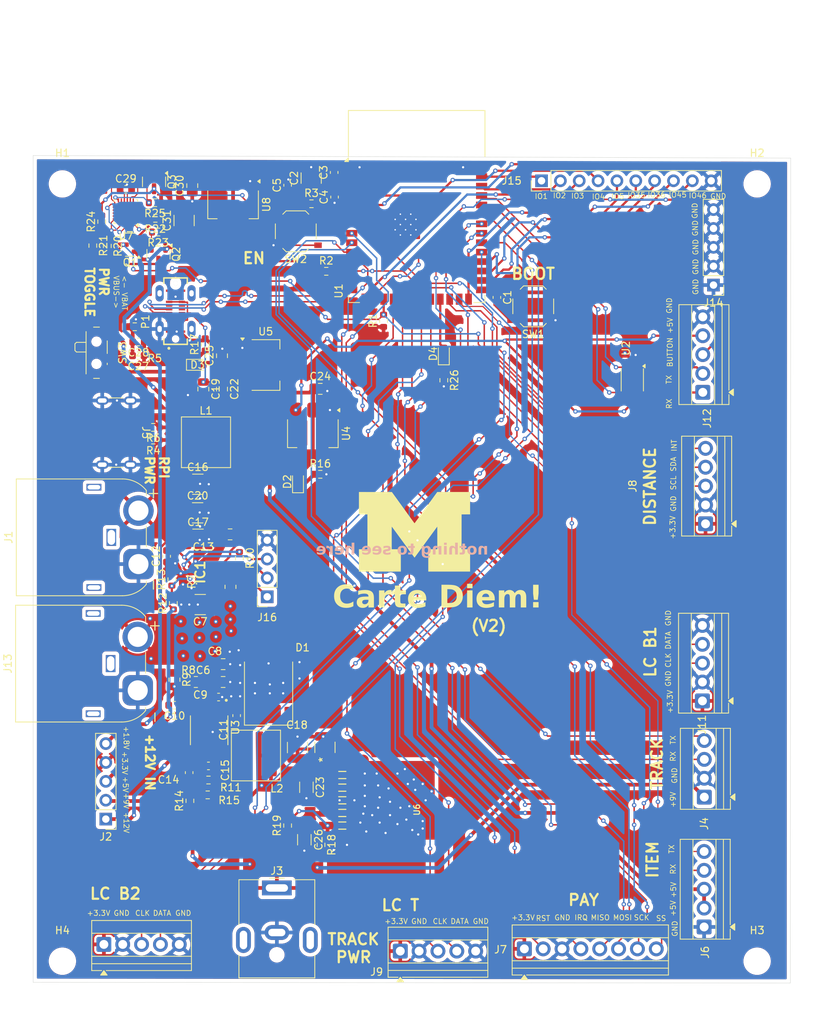
<source format=kicad_pcb>
(kicad_pcb (version 20241229) (generator "pcbnew") (generator_version "9.0")
  (layers (0 "F.Cu" signal) (2 "B.Cu" signal) (13 "F.Paste" user) (15 "B.Paste" user) (5 "F.SilkS" user "F.Silkscreen") (7 "B.SilkS" user "B.Silkscreen") (1 "F.Mask" user) (3 "B.Mask" user) (25 "Edge.Cuts" user))
  (net 0 "")
  (net 1 "GND")
  (net 2 "+12V")
  (net 3 "+5V")
  (net 4 "Net-(U3-SS)")
  (net 5 "Net-(U3-BOOT)")
  (net 6 "Net-(D1-K)")
  (net 7 "Net-(U3-COMP)")
  (net 8 "+9V")
  (net 9 "VBUS")
  (net 10 "+3.3V")
  (net 11 "Net-(D2-K)")
  (net 12 "Net-(P1-CC)")
  (net 13 "/D-")
  (net 14 "/D+")
  (net 16 "Net-(U3-EN)")
  (net 17 "Net-(U3-VSENSE)")
  (net 18 "Net-(IC1-BST)")
  (net 19 "Net-(C14-Pad2)")
  (net 20 "Net-(U7-REGOUT)")
  (net 21 "Net-(D3-K)")
  (net 22 "Net-(IC1-FB)")
  (net 23 "/BAR_BUT")
  (net 24 "Net-(IC1-EN)")
  (net 25 "/IO2")
  (net 26 "/IMU_INT")
  (net 27 "/IO4")
  (net 28 "Net-(D2-A)")
  (net 29 "/IO1")
  (net 30 "/AMPB2_DATA")
  (net 31 "/AMPT_CLK")
  (net 32 "/DIST_INT")
  (net 33 "/PAY_IRQ")
  (net 34 "/AMPT_DATA")
  (net 35 "/SCL")
  (net 36 "/AMPB1_CLK")
  (net 37 "/AMPB1_DATA")
  (net 38 "/IO3")
  (net 39 "/EN")
  (net 40 "/SDA")
  (net 41 "/PAY_SS")
  (net 42 "/SCK")
  (net 43 "/AMPB2_CLK")
  (net 44 "/BAR_TX")
  (net 45 "/TRACK_TX")
  (net 46 "/PAY_RST")
  (net 47 "/TRACK_RX")
  (net 48 "/MOSI")
  (net 49 "/BAR_RX")
  (net 50 "/MISO")
  (net 51 "Net-(IC1-PG)")
  (net 52 "1.8V")
  (net 53 "Net-(J5-CC1)")
  (net 54 "Net-(J5-CC2)")
  (net 55 "/IMU/SDA_1V8")
  (net 56 "/RX")
  (net 57 "/TX")
  (net 58 "/IMU/SCL_1V8")
  (net 59 "Net-(U6-ADJ)")
  (net 60 "/IO35")
  (net 61 "/IO36")
  (net 62 "/ITEM_RX")
  (net 63 "/IMU/INT_1V8")
  (net 64 "/IO21")
  (net 69 "Net-(D3-A)")
  (net 80 "Net-(IC1-VCC)")
  (net 81 "Net-(D4-K)")
  (net 82 "/POWER_SUPPLY/MODE")
  (net 83 "/POWER_SUPPLY/SS{slash}TR")
  (net 84 "/POWER_SUPPLY/FSEL")
  (net 85 "/POWER_SUPPLY/SW")
  (net 86 "/IO37")
  (net 87 "Net-(U1-IO0)")
  (net 88 "/IO46 (input only)")
  (net 89 "/IO45")
  (net 90 "+1.8V")
  (net 91 "/POWER_SUPPLY/LT1764A_IN")
  (net 92 "/ITEM_TX")
  (footprint "Capacitor_SMD:C_1210_3225Metric" (layer "F.Cu") (at 97.475 88.9)
    (property "Reference" "C20")
    (property "Value" "22u")
  )
  (footprint "Package_TO_SOT_SMD:SOT-23" (layer "F.Cu") (at 91.6 44.3375 -90)
    (property "Reference" "Q3")
    (property "Value" "BSS138")
  )
  (footprint "Resistor_SMD:R_0603_1608Metric" (layer "F.Cu") (at 98.9319 124.8724)
    (property "Reference" "R11")
    (property "Value" "29.4k")
  )
  (footprint "Inductor_SMD:L_Bourns_SRP6060FA" (layer "F.Cu") (at 105.3319 121.5724 180)
    (property "Reference" "L2")
    (property "Value" "6.8u")
  )
  (footprint "TerminalBlock:TerminalBlock_Xinya_XY308-2.54-8P_1x08_P2.54mm_Horizontal" (layer "F.Cu") (at 141.5 147.6)
    (property "Reference" "J7")
    (property "Value" "Screw_Terminal_01x08" (hide yes))
  )
  (footprint "Resistor_SMD:R_0603_1608Metric" (layer "F.Cu") (at 114 83.7125)
    (property "Reference" "R16")
    (property "Value" "1k5")
  )
  (footprint "Resistor_SMD:R_0603_1608Metric" (layer "F.Cu") (at 114.808 56.388)
    (property "Reference" "R2")
    (property "Value" "4.7k")
  )
  (footprint "LED_SMD:LED_0603_1608Metric" (layer "F.Cu") (at 97.4555 68.9746)
    (property "Reference" "D3")
    (property "Value" "RED")
  )
  (footprint "Resistor_SMD:R_0805_2012Metric" (layer "F.Cu") (at 101.9 98.8625 90)
    (property "Reference" "R7")
    (property "Value" "100k")
  )
  (footprint "Button_Switch_SMD:SW_Push_1P1T_XKB_TS-1187A" (layer "F.Cu") (at 110.7 51 180)
    (property "Reference" "SW2")
    (property "Value" "SW_Push")
  )
  (footprint "Resistor_SMD:R_0603_1608Metric" (layer "F.Cu") (at 92.15 51.1 180)
    (property "Reference" "R23")
    (property "Value" "10k")
  )
  (footprint "Resistor_SMD:R_0603_1608Metric" (layer "F.Cu") (at 103.1 95 -90)
    (property "Reference" "R10")
    (property "Value" "100k")
  )
  (footprint "Resistor_SMD:R_0603_1608Metric" (layer "F.Cu") (at 96.4319 127.6724 90)
    (property "Reference" "R14")
    (property "Value" "10k")
  )
  (footprint "Resistor_SMD:R_0603_1608Metric" (layer "F.Cu") (at 98.8319 126.8724)
    (property "Reference" "R15")
    (property "Value" "866")
  )
  (footprint "CarteDiem_parts:SOIC127P599X175-8N" (layer "F.Cu") (at 99.0269 118.1724 -90)
    (property "Reference" "U3")
    (property "Value" "TPS54331D")
  )
  (footprint "Diode_SMD:D_SMC" (layer "F.Cu") (at 107.0319 112.5724 90)
    (property "Reference" "D1")
    (property "Value" "B340")
  )
  (footprint "Capacitor_SMD:C_0603_1608Metric" (layer "F.Cu") (at 137.8 59.9 -90)
    (property "Reference" "C1")
    (property "Value" "0.1u")
  )
  (footprint "Resistor_SMD:R_0603_1608Metric" (layer "F.Cu") (at 83.35 52.925 -90)
    (property "Reference" "R21")
    (property "Value" "10k")
  )
  (footprint "Capacitor_SMD:C_0805_2012Metric" (layer "F.Cu") (at 101.85 91.8 180)
    (property "Reference" "C13")
    (property "Value" "100n")
  )
  (footprint "Package_TO_SOT_SMD:SOT-23" (layer "F.Cu") (at 88.3875 52.8 180)
    (property "Reference" "Q1")
    (property "Value" "BSS138")
  )
  (footprint "Capacitor_SMD:C_1206_3216Metric" (layer "F.Cu") (at 112.1319 125.8474 -90)
    (property "Reference" "C23")
    (property "Value" "22u")
  )
  (footprint "Capacitor_SMD:C_0805_2012Metric" (layer "F.Cu") (at 98.243 72.241 -90)
    (property "Reference" "C19")
    (property "Value" "10u")
  )
  (footprint "Resistor_SMD:R_0603_1608Metric" (layer "F.Cu") (at 122.5296 63.0428 90)
    (property "Reference" "R1")
    (property "Value" "4.7k")
  )
  (footprint "Resistor_SMD:R_0603_1608Metric" (layer "F.Cu") (at 130.65 71.05 -90)
    (property "Reference" "R26")
    (property "Value" "1k5")
  )
  (footprint "Capacitor_SMD:C_1206_3216Metric" (layer "F.Cu") (at 111.8525 132.9068 -90)
    (property "Reference" "C26")
    (property "Value" "22u")
  )
  (footprint "Connector_BarrelJack:BarrelJack_CUI_PJ-063AH_Horizontal" (layer "F.Cu") (at 108.15 139.4)
    (property "Reference" "J3")
    (property "Value" "Barrel_Jack")
  )
  (footprint "TerminalBlock:TerminalBlock_Xinya_XY308-2.54-5P_1x05_P2.54mm_Horizontal" (layer "F.Cu") (at 165.5 114.22 90)
    (property "Reference" "J11")
    (property "Value" "Screw_Terminal_01x05" (hide yes))
  )
  (footprint "Package_TO_SOT_SMD:SOT-223-3_TabPin2" (layer "F.Cu") (at 106.65 69)
    (property "Reference" "U5")
    (property "Value" "AMS1117-3.3")
  )
  (footprint "Capacitor_SMD:C_1210_3225Metric" (layer "F.Cu") (at 97.525 92.45)
    (property "Reference" "C17")
    (property "Value" "22u")
  )
  (footprint "Capacitor_SMD:C_0805_2012Metric" (layer "F.Cu") (at 100.9119 111.6724)
    (property "Reference" "C6")
    (property "Value" "4.7u")
  )
  (footprint "Capacitor_SMD:C_0805_2012Metric" (layer "F.Cu") (at 100.7576 67.7554 90)
    (property "Reference" "C25")
    (property "Value" "10u")
  )
  (footprint "Package_TO_SOT_SMD:SOT-23" (layer "F.Cu") (at 92.2 54.0875 -90)
    (property "Reference" "Q2")
    (property "Value" "BSS138")
  )
  (footprint "LED_SMD:LED_0603_1608Metric" (layer "F.Cu") (at 111 84.7125 90)
    (property "Reference" "D2")
    (property "Value" "RED")
  )
  (footprint "CarteDiem_parts:M_PCC_LOGO1" (layer "F.Cu") (at 126.7 91.46)
    (property "Reference" "G***" (hide yes))
    (property "Value" "LOGO" (hide yes))
  )
  (footprint "MountingHole:MountingHole_3.2mm_M3" (layer "F.Cu") (at 79.25 149.26)
    (property "Reference" "H4")
    (property "Value" "MountingHole")
  )
  (footprint "MountingHole:MountingHole_3.2mm_M3" (layer "F.Cu") (at 79.25 44.62)
    (property "Reference" "H1")
    (property "Value" "MountingHole")
  )
  (footprint "Capacitor_SMD:C_0603_1608Metric" (layer "F.Cu") (at 89.475 67.75 180)
    (property "Reference" "C27")
    (property "Value" "1u")
  )
  (footprint "Connector_AMASS:AMASS_XT60IPW-M_1x03_P7.20mm_Horizontal" (layer "F.Cu") (at 89.4 112.8 90)
    (property "Reference" "J13")
    (property "Value" "XT60PW-M")
  )
  (footprint "Capacitor_SMD:C_0805_2012Metric" (layer "F.Cu") (at 100.7576 72.241 -90)
    (property "Reference" "C22")
    (property "Value" "100n")
  )
  (footprint "Resistor_SMD:R_0603_1608Metric" (layer "F.Cu") (at 91.5 77.4 180)
    (property "Reference" "R6")
    (property "Value" "10k")
  )
  (footprint "Resistor_SMD:R_0603_1608Metric" (layer "F.Cu") (at 89 63.85 180)
    (property "Reference" "R5")
    (property "Value" "5.1k")
  )
  (footprint "Capacitor_SMD:C_0603_1608Metric" (layer "F.Cu") (at 98.9319 122.9724)
    (property "Reference" "C15")
    (property "Value" "47pF")
  )
  (footprint "Resistor_SMD:R_0805_2012Metric" (layer "F.Cu") (at 94.35 111.3625 -90)
    (property "Reference" "R9")
    (property "Value" "68.1k")
  )
  (footprint "Resistor_SMD:R_0603_1608Metric" (layer "F.Cu") (at 85.3 52.975 -90)
    (property "Reference" "R20")
    (property "Value" "10k")
  )
  (footprint "Resistor_SMD:R_0603_1608Metric" (layer "F.Cu") (at 91.725 47.15 180)
    (property "Reference" "R25")
    (property "Value" "4.7k")
  )
  (footprint "LED_SMD:LED_0603_1608Metric" (layer "F.Cu") (at 130.65 67.4875 90)
    (property "Reference" "D4")
    (property "Value" "GREEN")
  )
  (footprint "Resistor_SMD:R_0603_1608Metric" (layer "F.Cu") (at 94 97.875 90)
    (property "Reference" "R13")
    (property "Value" "30.1k")
  )
  (footprint "Capacitor_SMD:C_0805_2012Metric" (layer "F.Cu") (at 96.75 44.85 90)
    (property "Reference" "C30")
    (property "Value" "10uF")
  )
  (footprint "Resistor_SMD:R_0603_1608Metric" (layer "F.Cu") (at 91.775 49.25 180)
    (property "Reference" "R22")
    (property "Value" "10k")
  )
  (footprint "Capacitor_SMD:C_0805_2012Metric" (layer "F.Cu") (at 114 72.2125)
    (property "Reference" "C24")
    (property "Value" "22u")
  )
  (footprint "Resistor_SMD:R_0603_1608Metric" (layer "F.Cu") (at 112.8146 47.2948)
    (property "Reference" "R3")
    (property "Value" "10k")
  )
  (footprint "TerminalBlock:TerminalBlock_Xinya_XY308-2.54-5P_1x05_P2.54mm_Horizontal" (layer "F.Cu") (at 165.7275 144.65 90)
    (property "Reference" "J6")
    (property "Value" "Screw_Terminal_01x05" (hide yes))
  )
  (footprint "Package_SO:SSOP-8_2.95x2.8mm_P0.65mm" (layer "F.Cu") (at 156.05 71 -90)
    (property "Reference" "U2")
    (property "Value" "TXS0102DCT")
  )
  (footprint "Package_TO_SOT_SMD:SOT-223-3_TabPin2" (layer "F.Cu") (at 102.25 47.4 -90)
    (property "Reference" "U8")
    (property "Value" "AMS1117-1.8")
  )
  (footprint "Connector_PinHeader_2.54mm:PinHeader_1x05_P2.54mm_Vertical" (layer "F.Cu") (at 166.99 58.24 180)
    (property "Reference" "J14")
    (property "Value" "Conn_01x05_Pin" (hide yes))
  )
  (footprint "Capacitor_SMD:C_1210_3225Metric" (layer "F.Cu") (at 97.825 101.25 180)
    (property "Reference" "C7")
    (property "Value" "22u")
  )
  (footprint "Connector_USB:USB_C_Receptacle_GCT_USB4125-xx-x-0190_6P_TopMnt_Horizontal" (layer "F.Cu") (at 85.42 78.1 -90)
    (property "Reference" "J5")
    (property "Value" "USB_C_Receptacle_PowerOnly_6P" (hide yes))
  )
  (footprint "Capacitor_SMD:C_1210_3225Metric" (layer "F.Cu") (at 112.776 43.8404 90)
    (property "Reference" "C2")
    (property "Value" "22u")
  )
  (footprint "Capacitor_SMD:C_0603_1608Metric" (layer "F.Cu") (at 100.3 113.7)
    (property "Reference" "C9")
    (property "Value" "0.01u")
  )
  (footprint "MountingHole:MountingHole_3.2mm_M3" (layer "F.Cu") (at 172.87 149.26)
    (property "Reference" "H3")
    (property "Value" "MountingHole")
  )
  (footprint "Resistor_SMD:R_0603_1608Metric" (layer "F.Cu") (at 109.6 131 90)
    (property "Reference" "R19")
    (property "Value" "6.49k")
  )
  (footprint "Package_TO_SOT_SMD:SOT-223-3_TabPin2" (layer "F.Cu") (at 113 78.2125 -90)
    (property "Reference" "U4")
    (property "Value" "AMS1117-3.3")
  )
  (footprint "Connector_PinSocket_2.54mm:PinSocket_1x04_P2.54mm_Vertical" (layer "F.Cu") (at 106.85 100.205 180)
    (property "Reference" "J16")
    (property "Value" "Conn_01x04_Pin")
  )
  (footprint "TerminalBlock:TerminalBlock_Xinya_XY308-2.54-4P_1x04_P2.54mm_Horizontal" (layer "F.Cu") (at 165.75 127.17 90)
    (property "Reference" "J4")
    (property "Value" "Screw_Terminal_01x04" (hide yes))
  )
  (footprint "Connector_PinHeader_2.54mm:PinHeader_1x10_P2.54mm_Vertical" (layer "F.Cu") (at 143.82 44.2 90)
    (property "Reference" "J15")
    (property "Value" "Conn_01x10_Pin" (hide yes))
  )
  (footprint "Inductor_SMD:L_Bourns_SRP6060FA" (layer "F.Cu") (at 98.6 79.4)
    (property "Reference" "L1")
    (property "Value" "1.5u")
  )
  (footprint "Resistor_SMD:R_0603_1608Metric" (layer "F.Cu") (at 98.497 66.2314 90)
    (property "Reference" "R17")
    (property "Value" "1k5")
  )
  (footprint "Capacitor_SMD:C_0603_1608Metric" (layer "F.Cu") (at 115.8748 43.0784 90)
    (property "Reference" "C3")
    (property "Value" "0.1u")
  )
  (footprint "Capacitor_SMD:C_0603_1608Metric" (layer "F.Cu") (at 93.3 94.75 90)
    (property "Reference" "C12")
    (property "Value" "1u")
  )
  (footprint "CarteDiem_parts:AP62600SJ7" (layer "F.Cu") (at 97.825 96.9 90)
    (property "Reference" "IC1")
    (property "Value" "AP62600SJ-7" (hide yes))
  )
  (footprint "RF_Module:ESP32-S3-WROOM-1" (layer "F.Cu") (at 126.9938 47.6376)
    (property "Reference" "U1")
    (property "Value" "ESP32-S3-WROOM-1")
  )
  (footprint "Capacitor_SMD:C_0603_1608Metric" (layer "F.Cu") (at 96.3319 123.8724 -90)
    (property "Reference" "C14")
    (property "Value" "1000pF")
  )
  (footprint "Button_Switch_SMD:SW_SPDT_PCM12" (layer "F.Cu") (at 84.17 67.35 -90)
    (property "Reference" "SW3")
    (property "Value" "SW_SPDT" (hide yes))
  )
  (footprint "Capacitor_SMD:C_1210_3225Metric" (layer "F.Cu") (at 95.65 49.55 90)
    (property "Reference" "C31")
    (property "Value" "22uF")
  )
  (footprint "CarteDiem_parts:GCT_USB4120-03-C_REVA" (layer "F.Cu") (at 94.5 61.75 90)
    (property "Reference" "P1")
    (property "Value" "USB_C_Plug_USB2.0")
    (fp_line (start 3.65 -0.26) (end 3.85 -0.26) (stroke (width 0.01)) (layer "Edge.Cuts"))
    (fp_line (start 3.85 0.26) (end 3.65 0.26) (stroke (width 0.01)) (layer "Edge.Cuts"))
    (fp_arc (start 3.85 -0.26) (mid 4.033848 -0.183848) (end 4.11 0) (stroke (width 0.01)) (layer "Edge.Cuts"))
    (fp_arc (start 4.11 0) (mid 4.033848 0.183848) (end 3.85 0.26) (stroke (width 0.01)) (layer "Edge.Cuts"))
    (fp_arc (start 3.39 0) (mid 3.466152 -0.183848) (end 3.65 -0.26) (stroke (width 0.01)) (layer "Edge.Cuts"))
    (fp_arc (start 3.65 0.26) (mid 3.466152 0.183848) (end 3.39 0) (stroke (width 0.01)) (layer "Edge.Cuts"))
  )
  (footprint "TerminalBlock:TerminalBlock_Xinya_XY308-2.54-5P_1x05_P2.54mm_Horizontal" (layer "F.Cu") (at 124.78 147.9)
    (property "Reference" "J9")
    (property "Value" "Screw_Terminal_01x05" (hide yes))
  )
  (footprint "Connector_AMASS:AMASS_XT60IPW-M_1x03_P7.20mm_Horizontal" (layer "F.Cu") (at 89.5 95.8 90)
    (property "Reference" "J1")
    (property "Value" "XT60PW-M")
  )
  (footprint "TerminalBlock:TerminalBlock_Xinya_XY308-2.54-5P_1x05_P2.54mm_Horizontal" (layer "F.Cu") (at 165.9175 90.38 90)
    (property "Reference" "J8")
    (property "Value" "Screw_Terminal_01x05" (hide yes))
  )
  (footprint "Capacitor_SMD:C_0603_1608Metric" (layer "F.Cu") (at 87.8 45.35)
    (property "Reference" "C29")
    (property "Value" "0.1uF")
  )
  (footprint "Capacitor_SMD:C_1210_3225Metric" (layer "F.Cu") (at 114.6319 120.4724 90)
    (property "Reference" "C21" (hide yes))
    (property "Value" "47u")
  )
  (footprint "Capacitor_SMD:C_0603_1608Metric" (layer "F.Cu") (at 102.7319 116.1974 -90)
    (property "Reference" "C11")
    (property "Value" "0.1u")
  )
  (footprint "Connector_PinHeader_2.54mm:PinHeader_1x05_P2.54mm_Vertical" (layer "F.Cu") (at 85.1 130.13 180)
    (property "Reference" "J2")
    (property "Value" "Conn_01x05_Pin" (hide yes))
  )
  (footprint "Resistor_SMD:R_0603_1608Metric" (layer "F.Cu") (at 114.1 133.6 -90)
    (property "Reference" "R18")
    (property "Value" "1k")
  )
  (footprint "CarteDiem_parts:DDPAK-5_Q" (layer "F.Cu") (at 123.6 127.6 -90)
    (property "Reference" "U6")
    (property "Value" "LT1764AEQPBF")
  )
  (footprint "Capacitor_SMD:C_1210_3225Metric" (layer "F.Cu") (at 110.9319 120.4974 90)
    (property "Reference" "C18")
    (property "Value" "47u")
  )
  (footprint "Capacitor_SMD:C_0603_1608Metric" (layer "F.Cu") (at 89.5 65.9 180)
    (property "Reference" "C28")
    (property "Value" "0.1u")
  )
  (footprint "Capacitor_SMD:C_0603_1608Metric" (layer "F.Cu") (at 115.9256 46.3934 90)
    (property "Reference" "C4")
    (property "Value" "1u")
  )
  (footprint "Capacitor_SMD:C_1210_3225Metric" (layer "F.Cu") (at 97.5 85.05)
    (property "Reference" "C16")
    (property "Value" "22u")
  )
  (footprint "TerminalBlock:TerminalBlock_Xinya_XY308-2.54-5P_1x05_P2.54mm_Horizontal" (layer "F.Cu") (at 84.84 147)
    (property "Reference" "J10" (hide yes))
    (property "Value" "Screw_Terminal_01x05" (hide yes))
  )
  (footprint "Button_Switch_SMD:SW_Push_1P1T_XKB_TS-1187A" (layer "F.Cu") (at 142.7 61.1 180)
    (property "Reference" "SW1")
    (property "Value" "SW_Push")
  )
  (footprint "Resistor_SMD:R_0603_1608Metric" (layer "F.Cu") (at 84.55 49.7 90)
    (property "Reference" "R24")
    (property "Value" "4.7k")
  )
  (footprint "Resistor_SMD:R_0805_2012Metric" (layer "F.Cu") (at 97.2319 111.6724 180)
    (property "Reference" "R8")
    (property "Value" "332k")
  )
  (footprint "TerminalBlock:TerminalBlock_Xinya_XY308-2.54-5P_1x05_P2.54mm_Horizontal" (layer "F.Cu") (at 165.55 72.68 90)
    (property "Reference" "J12")
    (property "Value" "Screw_Terminal_01x05")
  )
  (footprint "Capacitor_SMD:C_0603_1608Metric" (layer "F.Cu") (at 94.35 114.8 180)
    (property "Reference" "C10")
    (property "Value" "0.01u")
  )
  (footprint "Capacitor_SMD:C_0805_2012Metric" (layer "F.Cu") (at 100.9119 109.2724)
    (property "Reference" "C8")
    (property "Value" "4.7u")
  )
  (footprint "MountingHole:MountingHole_3.2mm_M3" (layer "F.Cu") (at 172.87 44.62)
    (property "Reference" "H2")
    (property "Value" "MountingHole" (hide yes))
  )
  (footprint "Capacitor_SMD:C_0603_1608Metric" (layer "F.Cu") (at 109.6 44.8 90)
    (property "Reference" "C5")
    (property "Value" "0.1u")
  )
  (footprint "Resistor_SMD:R_0603_1608Metric" (layer "F.Cu") (at 91.5 79.1 180)
    (property "Reference" "R4")
    (property "Value" "10k")
  )
  (footprint "Sensor_Motion:InvenSense_QFN-24_3x3mm_P0.4mm" (layer "F.Cu") (at 87.8 48.35 180)
    (property "Reference" "U7")
    (property "Value" "ICM-20948")
  )
  (footprint "Resistor_SMD:R_0603_1608Metric" (layer "F.Cu") (at 94.2 101.075 90)
    (property "Reference" "R12")
    (property "Value" "221k")
  )
  (gr_line (start 177.4 41.147933) (end 177.3492 152.196733) (stroke (width 0.05)) (layer "Edge.Cuts"))
  (gr_line (start 75.31 40.8) (end 177.4 41.147933) (stroke (width 0.05)) (layer "Edge.Cuts"))
  (gr_line (start 177.349407 152.199628) (end 75.31 152.1028) (stroke (width 0.05)) (layer "Edge.Cuts"))
  (gr_line (start 75.31 152.1028) (end 75.31 40.8) (stroke (width 0.05)) (layer "Edge.Cuts"))
  (gr_text "GND" (at 166.5 46.7 0) (layer "F.SilkS") (effects (font (size 0.7 0.7) (thickness 0.1)) (justify left bottom)))
  (gr_text "+5V" (at 87.35 124.35 270) (layer "F.SilkS") (effects (font (size 0.7 0.7) (thickness 0.1)) (justify left bottom)))
  (gr_text "+3.3V" (at 122.6 144.3 0) (layer "F.SilkS") (effects (font (size 0.7 0.7) (thickness 0.1)) (justify left bottom)))
  (gr_text "IRQ" (at 148.2 143.8 0) (layer "F.SilkS") (effects (font (size 0.7 0.7) (thickness 0.1)) (justify left bottom)))
  (gr_text "DATA" (at 161.3 107.35 90) (layer "F.SilkS") (effects (font (size 0.7 0.7) (thickness 0.1)) (justify left bottom)))
  (gr_text "DISTANCE" (at 159.3 90.8 90) (layer "F.SilkS") (effects (font (size 1.5 1.5) (thickness 0.3) (bold yes)) (justify left bottom)))
  (gr_text "LC B2" (at 82.8 141.05 0) (layer "F.SilkS") (effects (font (size 1.5 1.5) (thickness 0.3) (bold yes)) (justify left bottom)))
  (gr_text "MISO" (at 150.4 143.8 0) (layer "F.SilkS") (effects (font (size 0.7 0.7) (thickness 0.1)) (justify left bottom)))
  (gr_text "CLK" (at 129.1 144.3 0) (layer "F.SilkS") (effects (font (size 0.7 0.7) (thickness 0.1)) (justify left bottom)))
  (gr_text "BUTTON" (at 161.54 69.33 90) (layer "F.SilkS") (effects (font (size 0.7 0.7) (thickness 0.1)) (justify left bottom)))
  (gr_text "GND" (at 164.99 56.91 90) (layer "F.SilkS") (effects (font (size 0.7 0.7) (thickness 0.1)) (justify left bottom)))
  (gr_text "IO2" (at 145.3 46.6 0) (layer "F.SilkS") (effects (font (size 0.7 0.7) (thickness 0.1)) (justify left bottom)))
  (gr_text "DATA" (at 91.4 143.2 0) (layer "F.SilkS") (effects (font (size 0.7 0.7) (thickness 0.1)) (justify left bottom)))
  (gr_text "TX\n" (at 161.95 120.15 90) (layer "F.SilkS") (effects (font (size 0.7 0.7) (thickness 0.1)) (justify left bottom)))
  (gr_text "+3.3V" (at 139.7 143.8 0) (layer "F.SilkS") (effects (font (size 0.7 0.7) (thickness 0.1)) (justify left bottom)))
  (gr_text "GND" (at 94.4 143.2 0) (layer "F.SilkS") (effects (font (size 0.7 0.7) (thickness 0.1)) (justify left bottom)))
  (gr_text "(V2)" (at 134.15 105 0) (layer "F.SilkS") (effects (font (size 1.5 1.5) (thickness 0.3) (bold yes)) (justify left bottom)))
  (gr_text "+3.3V" (at 161.55 115.95 90) (layer "F.SilkS") (effects (font (size 0.7 0.7) (thickness 0.1)) (justify left bottom)))
  (gr_text "TRACK\n PWR" (at 114.8 149.6 0) (layer "F.SilkS") (effects (font (size 1.5 1.5) (thickness 0.3) (bold yes)) (justify left bottom)))
  (gr_text "GND" (at 161.3 104.2 90) (layer "F.SilkS") (effects (font (size 0.7 0.7) (thickness 0.1)) (justify left bottom)))
  (gr_text "GND" (at 161.45 62.13 90) (layer "F.SilkS") (effects (font (size 0.7 0.7) (thickness 0.1)) (justify left bottom)))
  (gr_text "GND" (at 86.1 143.2 0) (layer "F.SilkS") (effects (font (size 0.7 0.7) (thickness 0.1)) (justify left bottom)))
  (gr_text "IO45" (at 160.9 46.5 0) (layer "F.SilkS") (effects (font (size 0.7 0.7) (thickness 0.1)) (justify left bottom)))
  (gr_text "EN" (at 103.4 55.5 0) (layer "F.SilkS") (effects (font (size 1.5 1.5) (thickness 0.3) (bold yes)) (justify left bottom)))
  (gr_text "BOOT" (at 139.6 57.6 0) (layer "F.SilkS") (effects (font (size 1.5 1.5) (thickness 0.3) (bold yes)) (justify left bottom)))
  (gr_text "RX\n" (at 161.96 137.62 90) (layer "F.SilkS") (effects (font (size 0.7 0.7) (thickness 0.1)) (justify left bottom)))
  (gr_text "Carte Diem!" (at 115.65 102.15 0) (layer "F.SilkS") (effects (font (size 3 3) (thickness 0.3) (bold yes)) (justify left bottom)))
  (gr_text "+3.3V" (at 82.5 143.2 0) (layer "F.SilkS") (effects (font (size 0.7 0.7) (thickness 0.1)) (justify left bottom)))
  (gr_text "GND" (at 164.89 49.36 90) (layer "F.SilkS") (effects (font (size 0.7 0.7) (thickness 0.1)) (justify left bottom)))
  (gr_text "+5V" (at 162.01 140.79 90) (layer "F.SilkS") (effects (font (size 0.7 0.7) (thickness 0.1)) (justify left bottom)))
  (gr_text "TX" (at 161.76 134.84 90) (layer "F.SilkS") (effects (font (size 0.7 0.7) (thickness 0.1)) (justify left bottom)))
  (gr_text "RX\n" (at 161.43 74.97 90) (layer "F.SilkS") (effects (font (size 0.7 0.7) (thickness 0.1)) (justify left bottom)))
  (gr_text "PWR\nTOGGLE" (at 82.2 55.7 270) (layer "F.SilkS") (effects (font (size 1.2 1.2) (thickness 0.3) (bold yes)) (justify left bottom)))
  (gr_text "PAY" (at 147.25 141.9 0) (layer "F.SilkS") (effects (font (size 1.5 1.5) (thickness 0.3) (bold yes)) (justify left bottom)))
  (gr_text "RST" (at 143 143.9 0) (layer "F.SilkS") (effects (font (size 0.7 0.7) (thickness 0.1)) (justify left bottom)))
  (gr_text "GND" (at 134.5 144.3 0) (layer "F.SilkS") (effects (font (size 0.7 0.7) (thickness 0.1)) (justify left bottom)))
  (gr_text "GND" (at 164.99 59.61 90) (layer "F.SilkS") (effects (font (size 0.7 0.7) (thickness 0.1)) (justify left bottom)))
  (gr_text "SCL" (at 162 85.9 90) (layer "F.SilkS") (effects (font (size 0.7 0.7) (thickness 0.1)) (justify left bottom)))
  (gr_text "IO1" (at 142.85 46.7 0) (layer "F.SilkS") (effects (font (size 0.7 0.7) (thickness 0.1)) (justify left bottom)))
  (gr_text "<- VBAT\nVBUS->" (at 86.1 56.9 270) (layer "F.SilkS") (effects (font (size 0.7 0.7) (thickness 0.1)) (justify left bottom)))
  (gr_text "RPI\nPWR" (at 90.3 81.1 270) (layer "F.SilkS") (effects (font (size 1.2 1.2) (thickness 0.3) (bold yes)) (justify left bottom)))
  (gr_text "IO36" (at 158.05 46.5 0) (layer "F.SilkS") (effects (font (size 0.7 0.7) (thickness 0.1)) (justify left bottom)))
  (gr_text "RX\n" (at 161.95 122.45 90) (layer "F.SilkS") (effects (font (size 0.7 0.7) (thickness 0.1)) (justify left bottom)))
  (gr_text "IO46" (at 163.6 46.6 0) (layer "F.SilkS") (effects (font (size 0.7 0.7) (thickness 0.1)) (justify left bottom)))
  (gr_text "+12V IN" (at 90.35 118.52 270) (layer "F.SilkS") (effects (font (size 1.2 1.2) (thickness 0.3) (bold yes)) (justify left bottom)))
  (gr_text "GND" (at 126.2 144.3 0) (layer "F.SilkS") (effects (font (size 0.7 0.7) (thickness 0.1)) (justify left bottom)))
  (gr_text "DATA" (at 131.5 144.3 0) (layer "F.SilkS") (effects (font (size 0.7 0.7) (thickness 0.1)) (justify left bottom)))
  (gr_text "+9V" (at 87.45 126.55 270) (layer "F.SilkS") (effects (font (size 0.7 0.7) (thickness 0.1)) (justify left bottom)))
  (gr_text "IO3" (at 147.75 46.65 0) (layer "F.SilkS") (effects (font (size 0.7 0.7) (thickness 0.1)) (justify left bottom)))
  (gr_text "IO4" (at 150.55 46.75 0) (layer "F.SilkS") (effects (font (size 0.7 0.7) (thickness 0.1)) (justify left bottom)))
  (gr_text "GND" (at 164.94 51.71 90) (layer "F.SilkS") (effects (font (size 0.7 0.7) (thickness 0.1)) (justify left bottom)))
  (gr_text "ITEM" (at 159.65 138.25 90) (layer "F.SilkS") (effects (font (size 1.5 1.5) (thickness 0.3) (bold yes)) (justify left bottom)))
  (gr_text "SDA" (at 162 83.4 90) (layer "F.SilkS") (effects (font (size 0.7 0.7) (thickness 0.1)) (justify left bottom)))
  (gr_text "GND" (at 145.5 143.8 0) (layer "F.SilkS") (effects (font (size 0.7 0.7) (thickness 0.1)) (justify left bottom)))
  (gr_text "SS" (at 159.2 143.9 0) (layer "F.SilkS") (effects (font (size 0.7 0.7) (thickness 0.1)) (justify left bottom)))
  (gr_text "GND" (at 162 88.8 90) (layer "F.SilkS") (effects (font (size 0.7 0.7) (thickness 0.1)) (justify left bottom)))
  (gr_text "IO5" (at 153.15 46.7 0) (layer "F.SilkS") (effects (font (size 0.7 0.7) (thickness 0.1)) (justify left bottom)))
  (gr_text "+3.3V" (at 87.25 120.95 270) (layer "F.SilkS") (effects (font (size 0.7 0.7) (thickness 0.1)) (justify left bottom)))
  (gr_text "+1.8V" (at 87.45 117.55 270) (layer "F.SilkS") (effects (font (size 0.7 0.7) (thickness 0.1)) (justify left bottom)))
  (gr_text "INT" (at 162.1 80.7 90) (layer "F.SilkS") (effects (font (size 0.7 0.7) (thickness 0.1)) (justify left bottom)))
  (gr_text "CLK" (at 89 143.2 0) (layer "F.SilkS") (effects (font (size 0.7 0.7) (thickness 0.1)) (justify left bottom)))
  (gr_text "+3.3V" (at 161.9 92.5 90) (layer "F.SilkS") (effects (font (size 0.7 0.7) (thickness 0.1)) (justify left bottom)))
  (gr_text "+9V" (at 161.95 128.65 90) (layer "F.SilkS") (effects (font (size 0.7 0.7) (thickness 0.1)) (justify left bottom)))
  (gr_text "TRACK" (at 160.25 126.35 90) (layer "F.SilkS") (effects (font (size 1.5 1.5) (thickness 0.3) (bold yes)) (justify left bottom)))
  (gr_text "CLK" (at 161.3 109.8 90) (layer "F.SilkS") (effects (font (size 0.7 0.7) (thickness 0.1)) (justify left bottom)))
  (gr_text "TX\n" (at 161.4 71.63 90) (layer "F.SilkS") (effects (font (size 0.7 0.7) (thickness 0.1)) (justify left bottom)))
  (gr_text "SCK" (at 156.2 143.8 0) (layer "F.SilkS") (effects (font (size 0.7 0.7) (thickness 0.1)) (justify left bottom)))
  (gr_text "+12V" (at 87.45 129.15 270) (layer "F.SilkS") (effects (font (size 0.7 0.7) (thickness 0.1)) (justify left bottom)))
  (gr_text "LC B1" (at 159.35 111.2 90) (layer "F.SilkS") (effects (font (size 1.5 1.5) (thickness 0.3) (bold yes)) (justify left bottom)))
  (gr_text "+5V" (at 161.96 143.28 90) (layer "F.SilkS") (effects (font (size 0.7 0.7) (thickness 0.1)) (justify left bottom)))
  (gr_text "GND" (at 161.3 112.35 90) (layer "F.SilkS") (effects (font (size 0.7 0.7) (thickness 0.1)) (justify left bottom)))
  (gr_text "GND" (at 164.99 54.26 90) (layer "F.SilkS") (effects (font (size 0.7 0.7) (thickness 0.1)) (justify left bottom)))
  (gr_text "IO35" (at 155.35 46.55 0) (layer "F.SilkS") (effects (font (size 0.7 0.7) (thickness 0.1)) (justify left bottom)))
  (gr_text "+5V" (at 161.55 64.82 90) (layer "F.SilkS") (effects (font (size 0.7 0.7) (thickness 0.1)) (justify left bottom)))
  (gr_text "LC T" (at 122.1 142.6 0) (layer "F.SilkS") (effects (font (size 1.5 1.5) (thickness 0.3) (bold yes)) (justify left bottom)))
  (gr_text "GND" (at 162.2 146.01 90) (layer "F.SilkS") (effects (font (size 0.7 0.7) (thickness 0.1)) (justify left bottom)))
  (gr_text "MOSI" (at 153.4 143.8 0) (layer "F.SilkS") (effects (font (size 0.7 0.7) (thickness 0.1)) (justify left bottom)))
  (gr_text "GND" (at 162.15 125.4 90) (layer "F.SilkS") (effects (font (size 0.7 0.7) (thickness 0.1)) (justify left bottom)))
  (gr_text "nothing to see here" (at 136.652 94.7674 0) (layer "B.SilkS") (effects (font (size 1.5 1.5) (thickness 0.25) (bold yes)) (justify left bottom mirror)))
  (segment (start 88.5625 64.2375) (end 88.175 63.85) (width 0.5) (layer "F.Cu") (net 1))
  (segment (start 88.5 80.85) (end 88.5 82.34) (width 0.5) (layer "F.Cu") (net 1))
  (segment (start 123.6 127.6) (end 122.9 126.9) (width 1.5) (layer "F.Cu") (net 1))
  (segment (start 94.5 59.8) (end 93.842351 59.142351) (width 0.5) (layer "F.Cu") (net 1))
  (segment (start 86.6 73.78) (end 88.42 73.78) (width 0.5) (layer "F.Cu") (net 1))
  (segment (start 96.4 65.701) (end 98.2024 65.701) (width 0.5) (layer "F.Cu") (net 1))
  (segment (start 114.95 72.2125) (end 114.95 72.5) (width 0.5) (layer "F.Cu") (net 1))
  (segment (start 87.2 50.116708) (end 87.2 49.85) (width 0.15) (layer "F.Cu") (net 1))
  (segment (start 112.838 42.3034) (end 112.776 42.3654) (width 0.3) (layer "F.Cu") (net 1))
  (segment (start 119.7904 123.7904) (end 119.7904 123.6) (width 1.5) (layer "F.Cu") (net 1))
  (segment (start 94.35 112.275) (end 94.35 113.1) (width 0.5) (layer "F.Cu") (net 1))
  (segment (start 115.8 134.293) (end 114.0894 134.293) (width 1.5) (layer "F.Cu") (net 1))
  (segment (start 98.2024 65.701) (end 98.497 65.4064) (width 0.5) (layer "F.Cu") (net 1))
  (segment (start 109.6 44.025) (end 109.7 44.025) (width 0.5) (layer "F.Cu") (net 1))
  (segment (start 122.2 127.6) (end 120.6 127.6) (width 1.5) (layer "F.Cu") (net 1))
  (segment (start 135.7438 42.3776) (end 133.2484 42.3776) (width 0.3) (layer "F.Cu") (net 1))
  (segment (start 145.7 62.975) (end 142.6 62.975) (width 0.5) (layer "F.Cu") (net 1))
  (segment (start 95.365 64.5) (end 95.365 64.830628) (width 0.5) (layer "F.Cu") (net 1))
  (segment (start 88.42 75.27) (end 88.5 75.35) (width 0.5) (layer "F.Cu") (net 1))
  (segment (start 88.725 65.9) (end 88.725 64.4) (width 0.5) (layer "F.Cu") (net 1))
  (segment (start 116.907 134.293) (end 115.8 134.293) (width 1.5) (layer "F.Cu") (net 1))
  (segment (start 88.42 73.78) (end 88.42 75.27) (width 0.5) (layer "F.Cu") (net 1))
  (segment (start 88.31 44.89) (end 88.31 45.6) (width 0.15) (layer "F.Cu") (net 1))
  (segment (start 117.6 133.6) (end 116.907 134.293) (width 1.5) (layer "F.Cu") (net 1))
  (segment (start 137.8 60.675) (end 137.8 61.075) (width 0.5) (layer "F.Cu") (net 1))
  (segment (start 118.4 127.6) (end 117 127.6) (width 1.5) (layer "F.Cu") (net 1))
  (segment (start 122.8 128.4) (end 122 129.2) (width 1.5) (layer "F.Cu") (net 1))
  (segment (start 99.6619 118.5619) (end 99.5 118.4) (width 0.5) (layer "F.Cu") (net 1))
  (segment (start 133.2484 42.3776) (end 133.2138 42.3776) (width 0.3) (layer "F.Cu") (net 1))
  (segment (start 156.375 67.775) (end 156.5 67.65) (width 0.3) (layer "F.Cu") (net 1))
  (segment (start 114.95 74.7125) (end 115.3 75.0625) (width 0.5) (layer "F.Cu") (net 1))
  (segment (start 122.9 126.9) (end 122.3 126.3) (width 1.5) (layer "F.Cu") (net 1))
  (segment (start 119.7904 123.6) (end 119.7904 122.2) (width 1.5) (layer "F.Cu") (net 1))
  (segment (start 123.6 127.6) (end 122.2 127.6) (width 1.5) (layer "F.Cu") (net 1))
  (segment (start 96.235372 65.701) (end 96.4 65.701) (width 0.5) (layer "F.Cu") (net 1))
  (segment (start 85.85 49.8) (end 86.3 49.35) (width 0.15) (layer "F.Cu") (net 1))
  (segment (start 142.6 62.975) (end 139.7 62.975) (width 0.5) (layer "F.Cu") (net 1))
  (segment (start 120.6 130.6) (end 119.9 131.3) (width 1.5) (layer "F.Cu") (net 1))
  (segment (start 96.475 97.15) (end 97.125 97.15) (width 0.3) (layer "F.Cu") (net 1))
  (segment (start 114.4 119.0224) (end 114.6069 119.0224) (width 0.5) (layer "F.Cu") (net 1))
  (segment (start 114.95 72.5) (end 114.95 74.7125) (width 0.5) (layer "F.Cu") (net 1))
  (segment (start 122.3 126.3) (end 121.5 125.5) (width 1.5) (layer "F.Cu") (net 1))
  (segment (start 112.1319 127.3224) (end 114.7118 127.3224) (width 0.5) (layer "F.Cu") (net 1))
  (segment (start 88.119 44.699) (end 88.31 44.89) (width 0.15) (layer "F.Cu") (net 1))
  (segment (start 118.2438 42.3776) (end 119.2938 42.3776) (width 0.3) (layer "F.Cu") (net 1))
  (segment (start 119 132.2) (end 118.3 132.9) (width 1.5) (layer "F.Cu") (net 1))
  (segment (start 85.898 50.85) (end 86.466708 50.85) (width 0.15) (layer "F.Cu") (net 1))
  (segment (start 85.85 50.802) (end 85.898 50.85) (width 0.15) (layer "F.Cu") (net 1))
  (segment (start 120.5 124.5) (end 119.7904 123.7904) (width 1.5) (layer "F.Cu") (net 1))
  (segment (start 156.375 69.3) (end 156.375 67.775) (width 0.3) (layer "F.Cu") (net 1))
  (segment (start 114.6069 119.0224) (end 114.6319 118.9974) (width 0.5) (layer "F.Cu") (net 1))
  (segment (start 93.842351 59.142351) (end 93.777351 59.142351) (width 0.5) (layer "F.Cu") (net 1))
  (segment (start 85.85 50.9) (end 85.85 49.8) (width 0.15) (layer "F.Cu") (net 1))
  (segment (start 96.75 45.8) (end 96.75 46.975) (width 0.5) (layer "F.Cu") (net 1))
  (segment (start 118.3 132.9) (end 117.6 133.6) (width 1.5) (layer "F.Cu") (net 1))
  (segment (start 94.5 59.8) (end 95.157649 59.142351) (width 0.5) (layer "F.Cu") (net 1))
  (segment (start 88.725 64.4) (end 88.5625 64.2375) (width 0.5) (layer "F.Cu") (net 1))
  (segment (start 96.3132 73.191) (end 96.1672 73.045) (width 0.5) (layer "F.Cu") (net 1))
  (segment (start 107.7 52.875) (end 113.7 52.875) (width 0.2) (layer "F.Cu") (net 1))
  (segment (start 119.4 127.6) (end 118.4 127.6) (width 1.5) (layer "F.Cu") (net 1))
  (segment (start 97.125 97.15) (end 97.325 97.35) (width 0.3) (layer "F.Cu") (net 1))
  (segment (start 93.575 113.875) (end 93.575 114.8) (width 0.5) (layer "F.Cu") (net 1))
  (segment (start 93.777351 59.142351) (end 93.635 59) (width 0.5) (layer "F.Cu") (net 1))
  (segment (start 99.6619 126.8674) (end 99.6569 126.8724) (width 0.5) (layer "F.Cu") (net 1))
  (segment (start 94.65 64.5) (end 95.365 64.5) (width 0.5) (layer "F.Cu") (net 1))
  (segment (start 125.4938 48.5776) (end 125.4938 50.0976) (width 0.3) (layer "F.Cu") (net 1))
  (segment (start 86.5 82.42) (end 88.42 82.42) (width 0.5) (layer "F.Cu") (net 1))
  (segment (start 84.62 73.78) (end 86.6 73.78) (width 0.5) (layer "F.Cu") (net 1))
  (segment (start 137.8 61.075) (end 139.7 62.975) (width 0.5) (layer "F.Cu") (net 1))
  (segment (start 120.6 127.6) (end 119.4 127.6) (width 1.5) (layer "F.Cu") (net 1))
  (segment (start 100.8 66.8054) (end 103.3946 66.8054) (width 0.5) (layer "F.Cu") (net 1))
  (segment (start 88.175 63.825) (end 89.15 62.85) (width 0.5) (layer "F.Cu") (net 1))
  (segment (start 111.9413 134.293) (end 111.8525 134.3818) (width 0.5) (layer "F.Cu") (net 1))
  (segment (start 86.466708 50.85) (end 87.2 50.116708) (width 0.15) (layer "F.Cu") (net 1))
  (segment (start 99.6619 120.6424) (end 99.6619 118.5619) (width 0.5) (layer "F.Cu") (net 1))
  (segment (start 100.7576 66.8054) (end 100.8 66.8054) (width 0.5) (layer "F.Cu") (net 1))
  (segment (start 88.7 65.925) (end 88.725 65.9) (width 0.5) (layer "F.Cu") (net 1))
  (segment (start 85.85 50.9) (end 85.85 50.802) (width 0.15) (layer "F.Cu") (net 1))
  (segment (start 88.31 45.6) (end 88 45.91) (width 0.15) (layer "F.Cu") (net 1))
  (segment (start 84.62 82.42) (end 86.5 82.42) (width 0.5) (layer "F.Cu") (net 1))
  (segment (start 103.3946 66.8054) (end 103.5 66.7) (width 0.5) (layer "F.Cu") (net 1))
  (segment (start 100.7576 66.8054) (end 99.896 66.8054) (width 0.5) (layer "F.Cu") (net 1))
  (segment (start 123.6 127.6) (end 122.8 128.4) (width 1.5) (layer "F.Cu") (net 1))
  (segment (start 96.75 46.975) (end 95.65 48.075) (width 0.5) (layer "F.Cu") (net 1))
  (segment (start 99.896 66.8054) (end 98.497 65.4064) (width 0.5) (layer "F.Cu") (net 1))
  (segment (start 118.2438 42.3776) (end 115.949 42.3776) (width 0.3) (layer "F.Cu") (net 1))
  (segment (start 94.35 113.1) (end 93.575 113.875) (width 0.5) (layer "F.Cu") (net 1))
  (segment (start 121.3 129.9) (end 120.6 130.6) (width 1.5) (layer "F.Cu") (net 1))
  (segment (start 117 127.6) (end 116.6 127.6) (width 1.5) (layer "F.Cu") (net 1))
  (segment (start 121.5 125.5) (end 120.5 124.5) (width 1.5) (layer "F.Cu") (net 1))
  (segment (start 122 129.2) (end 121.3 129.9) (width 1.5) (layer "F.Cu") (net 1))
  (segment (start 115.8748 42.3034) (end 112.838 42.3034) (width 0.3) (layer "F.Cu") (net 1))
  (segment (start 114.7118 127.3224) (end 114.9894 127.6) (width 0.5) (layer "F.Cu") (net 1))
  (segment (start 93.635 64.5) (end 94.65 64.5) (width 0.5) (layer "F.Cu") (net 1))
  (segment (start 115.949 42.3776) (end 115.8748 42.3034) (width 0.3) (layer "F.Cu") (net 1))
  (segment (start 110.9319 119.0224) (end 114.4 119.0224) (width 0.5) (layer "F.Cu") (net 1))
  (segment (start 88.5 82.34) (end 88.42 82.42) (width 0.5) (layer "F.Cu") (net 1))
  (segment (start 88.175 63.85) (end 88.175 63.825) (width 0.5) (layer "F.Cu") (net 1))
  (segment (start 119.9 131.3) (end 119 132.2) (width 1.5) (layer "F.Cu") (net 1))
  (segment (start 95.157649 59.142351) (end 95.222649 59.142351) (width 0.5) (layer "F.Cu") (net 1))
  (segment (start 99.6619 120.6424) (end 99.6619 126.8674) (width 0.5) (layer "F.Cu") (net 1))
  (segment (start 95.222649 59.142351) (end 95.365 59) (width 0.5) (layer "F.Cu") (net 1))
  (segment (start 116.6 127.6) (end 114.9894 127.6) (width 1.5) (layer "F.Cu") (net 1))
  (segment (start 88.7 67.95) (end 88.7 65.925) (width 0.5) (layer "F.Cu") (net 1))
  (segment (start 95.365 64.830628) (end 96.235372 65.701) (width 0.5) (layer "F.Cu") (net 1))
  (segment (start 114.0894 134.293) (end 111.9413 134.293) (width 0.5) (layer "F.Cu") (net 1))
  (segment (start 98.243 73.191) (end 96.3132 73.191) (width 0.5) (layer "F.Cu") (net 1))
  (segment (start 88 45.91) (end 88 46.85) (width 0.15) (layer "F.Cu") (net 1))
  (segment (start 87.95 44.699) (end 88.119 44.699) (width 0.15) (layer "F.Cu") (net 1))
  (segment (start 98.243 73.191) (end 100.7576 73.191) (width 0.5) (layer "F.Cu") (net 1))
  (via (at 96.75 46.975) (size 0.6) (drill 0.3) (layers "F.Cu" "B.Cu") (net 1))
  (via (at 99.5 118.4) (size 0.6) (drill 0.3) (layers "F.Cu" "B.Cu") (net 1))
  (via (at 126 128.4) (size 0.6) (drill 0.3) (layers "F.Cu" "B.Cu") (net 1))
  (via (at 109 111.8) (size 0.6) (drill 0.3) (layers "F.Cu" "B.Cu") (net 1))
  (via (at 120 128.4) (size 0.6) (drill 0.3) (layers "F.Cu" "B.Cu") (net 1))
  (via (at 122.8 132) (size 0.6) (drill 0.3) (layers "F.Cu" "B.Cu") (net 1))
  (via (at 97.8 86.95) (size 0.6) (drill 0.3) (layers "F.Cu" "B.Cu") (net 1))
  (via (at 103.2 113.6) (size 0.6) (drill 0.3) (layers "F.Cu" "B.Cu") (net 1))
  (via (at 96.4 65.701) (size 0.6) (drill 0.3) (layers "F.Cu" "B.Cu") (net 1))
  (via (at 100.8 66.8054) (size 0.6) (drill 0.3) (layers "F.Cu" "B.Cu") (net 1))
  (via (at 103 107.4) (size 0.6) (drill 0.3) (layers "F.Cu" "B.Cu") (net 1))
  (via (at 126.4 131.6) (size 0.6) (drill 0.3) (layers "F.Cu" "B.Cu") (net 1))
  (via (at 127.8 131.4) (size 0.6) (drill 0.3) (layers "F.Cu" "B.Cu") (net 1))
  (via (at 98.975 85.05) (size 0.6) (drill 0.3) (layers "F.Cu" "B.Cu") (net 1))
  (via (at 145.7 62.975) (size 0.6) (drill 0.3) (layers "F.Cu" "B.Cu") (net 1))
  (via (at 97.8 85) (size 0.6) (drill 0.3) (layers "F.Cu" "B.Cu") (net 1))
  (via (at 127.8 125.4) (size 0.6) (drill 0.3) (layers "F.Cu" "B.Cu") (net 1))
  (via (at 122 130.6) (size 0.6) (drill 0.3) (layers "F.Cu" "B.Cu") (net 1))
  (via (at 105.2 113.2) (size 0.6) (drill 0.3) (layers "F.Cu" "B.Cu") (net 1))
  (via (at 107.2 113.2) (size 0.6) (drill 0.3) (layers "F.Cu" "B.Cu") (net 1))
  (via (at 107.0319 109.1724) (size 0.6) (drill 0.3) (layers "F.Cu" "B.Cu") (net 1))
  (via (at 119.8 129.4) (size 0.6) (drill 0.3) (layers "F.Cu" "B.Cu") (net 1))
  (via (at 115.9256 47.1684) (size 0.6) (drill 0.3) (layers "F.Cu" "B.Cu") (net 1))
  (via (at 119.2938 42.3776) (size 0.6) (drill 0.3) (layers "F.Cu" "B.Cu") (net 1))
  (via (at 89.15 62.85) (size 0.6) (drill 0.3) (layers "F.Cu" "B.Cu") (net 1))
  (via (at 101.8619 111.6724) (size 0.6) (drill 0.3) (layers "F.Cu" "B.Cu") (net 1))
  (via (at 111.2 109) (size 0.6) (drill 0.3) (layers "F.Cu" "B.Cu") (net 1))
  (via (at 115.3 75.0625) (size 0.6) (drill 0.3) (layers "F.Cu" "B.Cu") (net 1))
  (via (at 121.8 128.6) (size 0.6) (drill 0.3) (layers "F.Cu" "B.Cu") (net 1))
  (via (at 121 129.6) (size 0.6) (drill 0.3) (layers "F.Cu" "B.Cu") (net 1))
  (via (at 124.4 124) (size 0.6) (drill 0.3) (layers "F.Cu" "B.Cu") (net 1))
  (via (at 116.6 127.6) (size 0.6) (drill 0.3) (layers "F.Cu" "B.Cu") (net 1))
  (via (at 156.5 67.65) (size 0.6) (drill 0.3) (layers "F.Cu" "B.Cu") (net 1))
  (via (at 95.5 98.55) (size 0.6) (drill 0.3) (layers "F.Cu" "B.Cu") (net 1))
  (via (at 120.2 131.8) (size 0.6) (drill 0.3) (layers "F.Cu" "B.Cu") (net 1))
  (via (at 122 127.2) (size 0.6) (drill 0.3) (layers "F.Cu" "B.Cu") (net 1))
  (via (at 100.78 113.7) (size 0.6) (drill 0.3) (layers "F.Cu" "B.Cu") (net 1))
  (via (at 111.8525 134.3818) (size 0.6) (drill 0.3) (layers "F.Cu" "B.Cu") (net 1))
  (via (at 94.35 112.275) (size 0.6) (drill 0.3) (layers "F.Cu" "B.Cu") (net 1))
  (via (at 114.4 119.0224) (size 0.6) (drill 0.3) (layers "F.Cu" "B.Cu") (net 1))
  (via (at 125.8 125.4) (size 0.6) (drill 0.3) (layers "F.Cu" "B.Cu") (net 1))
  (via (at 96.1672 73.045) (size 0.6) (drill 0.3) (layers "F.Cu" "B.Cu") (net 1))
  (via (at 114.95 72.5) (size 0.6) (drill 0.3) (layers "F.Cu" "B.Cu") (net 1))
  (via (at 86.6 73.78) (size 0.6) (drill 0.3) (layers "F.Cu" "B.Cu") (net 1))
  (via (at 120 125.6) (size 0.6) (drill 0.3) (layers "F.Cu" "B.Cu") (net 1))
  (via (at 124.4 130.8) (size 0.6) (drill 0.3) (layers "F.Cu" "B.Cu") (net 1))
  (via (at 111.2 111.2) (size 0.6) (drill 0.3) (layers "F.Cu" "B.Cu") (net 1))
  (via (at 95.2 97.05) (size 0.6) (drill 0.3) (layers "F.Cu" "B.Cu") (net 1))
  (via (at 110.9319 119.0224) (size 0.6) (drill 0.3) (layers "F.Cu" "B.Cu") (net 1))
  (via (at 103.5 66.7) (size 0.6) (drill 0.3) (layers "F.Cu" "B.Cu") (net 1))
  (via (at 96.65 99.05) (size 0.6) (drill 0.3) (layers "F.Cu" "B.Cu") (net 1))
  (via (at 123.2 126) (size 0.6) (drill 0.3) (layers "F.Cu" "B.Cu") (net 1))
  (via (at 86.5 82.42) (size 0.6) (drill 0.3) (layers "F.Cu" "B.Cu") (net 1))
  (via (at 97.75 92.55) (size 0.6) (drill 0.3) (layers "F.Cu" "B.Cu") (net 1))
  (via (at 103.2 111.8) (size 0.6) (drill 0.3) (layers "F.Cu" "B.Cu") (net 1))
  (via (at 126.6 124.8) (size 0.6) (drill 0.3) (layers "F.Cu" "B.Cu") (net 1))
  (via (at 98.95 88.9) (size 0.6) (drill 0.3) (layers "F.Cu" "B.Cu") (net 1))
  (via (at 125.4 123.4) (size 0.6) (drill 0.3) (layers "F.Cu" "B.Cu") (net 1))
  (via (at 125.6 130.2) (size 0.6) (drill 0.3) (layers "F.Cu" "B.Cu") (net 1))
  (via (at 101.8619 109.2724) (size 0.6) (drill 0.3) (layers "F.Cu" "B.Cu") (net 1))
  (via (at 101.8 107.6) (size 0.6) (drill 0.3) (layers "F.Cu" "B.Cu") (net 1))
  (via (at 119.4 130.6) (size 0.6) (drill 0.3) (layers "F.Cu" "B.Cu") (net 1))
  (via (at 112.776 42.3654) (size 0.6) (drill 0.3) (layers "F.Cu" "B.Cu") (net 1))
  (via (at 96.35 101.25) (size 0.6) (drill 0.3) (layers "F.Cu" "B.Cu") (net 1))
  (via (at 118.6 127.6) (size 0.6) (drill 0.3) (layers "F.Cu" "B.Cu") (net 1))
  (via (at 115.8 134.293) (size 0.6) (drill 0.3) (layers "F.Cu" "B.Cu") (net 1))
  (via (at 128.2 127.6) (size 0.6) (drill 0.3) (layers "F.Cu" "B.Cu") (net 1))
  (via (at 97.5 101.25) (size 0.6) (drill 0.3) (layers "F.Cu" "B.Cu") (net 1))
  (via (at 104.55 44.25) (size 0.6) (drill 0.3) (layers "F.Cu" "B.Cu") (net 1))
  (via (at 121.8 125.6) (size 0.6) (drill 0.3) (layers "F.Cu" "B.Cu") (net 1))
  (via (at 109 113.2) (size 0.6) (drill 0.3) (layers "F.Cu" "B.Cu") (net 1))
  (via (at 129 126.4) (size 0.6) (drill 0.3) (layers "F.Cu" "B.Cu") (net 1))
  (via (at 120 124) (size 0.6) (drill 0.3) (layers "F.Cu" "B.Cu") (net 1))
  (via (at 99 92.45) (size 0.6) (drill 0.3) (layers "F.Cu" "B.Cu") (net 1))
  (via (at 97.75 88.85) (size 0.6) (drill 0.3) (layers "F.Cu" "B.Cu") (net 1))
  (via (at 121.6 124) (size 0.6) (drill 0.3) (layers "F.Cu" "B.Cu") (net 1))
  (via (at 123.4 127.8) (size 0.6) (drill 0.3) (layers "F.Cu" "B.Cu") (net 1))
  (via (at 95.27 101.25) (size 0.6) (drill 0.3) (layers "F.Cu" "B.Cu") (net 1))
  (via (at 120 127) (size 0.6) (drill 0.3) (layers "F.Cu" "B.Cu") (net 1))
  (via (at 130.65 71.875) (size 0.6) (drill 0.3) (layers "F.Cu" "B.Cu") (net 1))
  (via (at 112.1319 127.3224) (size 0.6) (drill 0.3) (layers "F.Cu" "B.Cu") (net 1))
  (via (at 85.85 50.9) (size 0.6) (drill 0.3) (layers "F.Cu" "B.Cu") (net 1))
  (via (at 105.2 111.8) (size 0.6) (drill 0.3) (layers "F.Cu" "B.Cu") (net 1))
  (via (at 114.825 83.7125) (size 0.6) (drill 0.3) (layers "F.Cu" "B.Cu") (net 1))
  (via (at 103.2 109.4) (size 0.6) (drill 0.3) (layers "F.Cu" "B.Cu") (net 1))
  (via (at 109.7 44.025) (size 0.6) (drill 0.3) (layers "F.Cu" "B.Cu") (net 1))
  (via (at 94.5 59.8) (size 0.6) (drill 0.3) (layers "F.Cu" "B.Cu") (net 1))
  (via (at 126.8 126.2) (size 0.6) (drill 0.3) (layers "F.Cu" "B.Cu") (net 1))
  (via (at 97.2 95.45) (size 0.6) (drill 0.3) (layers "F.Cu" "B.Cu") (net 1))
  (via (at 124.8 128.6) (size 0.6) (drill 0.3) (layers "F.Cu" "B.Cu") (net 1))
  (via (at 87.95 44.699) (size 0.6) (drill 0.3) (layers "F.Cu" "B.Cu") (net 1))
  (via (at 123.4 129.6) (size 0.6) (drill 0.3) (layers "F.Cu" "B.Cu") (net 1))
  (via (at 127.2 132.2) (size 0.6) (drill 0.3) (layers "F.Cu" "B.Cu") (net 1))
  (via (at 94.65 64.5) (size 0.6) (drill 0.3) (layers "F.Cu" "B.Cu") (net 1))
  (via (at 107.2 112) (size 0.6) (drill 0.3) (layers "F.Cu" "B.Cu") (net 1))
  (via (at 97.8 90.75) (size 0.6) (drill 0.3) (layers "F.Cu" "B.Cu") (net 1))
  (via (at 133.2484 42.3776) (size 0.6) (drill 0.3) (layers "F.Cu" "B.Cu") (net 1))
  (via (at 127.8 130.4) (size 0.6) (drill 0.3) (layers "F.Cu" "B.Cu") (net 1))
  (via (at 94.45 95.7) (size 0.6) (drill 0.3) (layers "F.Cu" "B.Cu") (net 1))
  (via (at 117.6 133.6) (size 0.6) (drill 0.3) (layers "F.Cu" "B.Cu") (net 1))
  (via (at 107.7 52.875) (size 0.6) (drill 0.3) (layers "F.Cu" "B.Cu") (net 1))
  (via (at 102 113.6) (size 0.6) (drill 0.3) (layers "F.Cu" "B.Cu") (net 1))
  (segment (start 99.6619 116.2881) (end 99.6619 115.7024) (width 0.5) (layer "F.Cu") (net 2))
  (segment (start 88.37 130.13) (end 88.9 129.6) (width 0.5) (layer "F.Cu") (net 2))
  (segment (start 85.1 130.13) (end 88.37 130.13) (width 0.5) (layer "F.Cu") (net 2))
  (segment (start 93 122.95) (end 99.6619 116.2881) (width 0.5) (layer "F.Cu") (net 2))
  (via (at 97.71 105.72) (size 0.6) (drill 0.3) (layers "F.Cu" "B.Cu") (net 2))
  (via (at 91.2 108.53) (size 0.6) (drill 0.3) (layers "F.Cu" "B.Cu") (net 2))
  (via (at 97.73 103.66) (size 0.6) (drill 0.3) (layers "F.Cu" "B.Cu") (net 2))
  (via (at 91.07 103.13) (size 0.6) (drill 0.3) (layers "F.Cu" "B.Cu") (net 2))
  (via (at 95.2 103.51) (size 0.6) (drill 0.3) (layers "F.Cu" "B.Cu") (net 2))
  (via (at 88.9 129.6) (size 0.6) (drill 0.3) (layers "F.Cu" "B.Cu") (net 2))
  (via (at 95.54 108.15) (size 0.6) (drill 0.3) (layers "F.Cu" "B.Cu") (net 2))
  (via (at 99.83 107.54) (size 0.6) (drill 0.3) (layers "F.Cu" "B.Cu") (net 2))
  (via (at 99.92 103.55) (size 0.6) (drill 0.3) (layers "F.Cu" "B.Cu") (net 2))
  (via (at 95.38 105.81) (size 0.6) (drill 0.3) (layers "F.Cu" "B.Cu") (net 2))
  (via (at 101.89 103.25) (size 0.6) (drill 0.3) (layers "F.Cu" "B.Cu") (net 2))
  (via (at 101.98 104.81) (size 0.6) (drill 0.3) (layers "F.Cu" "B.Cu") (net 2))
  (via (at 93 122.95) (size 0.6) (drill 0.3) (layers "F.Cu" "B.Cu") (net 2))
  (via (at 99.939383 105.58944) (size 0.6) (drill 0.3) (layers "F.Cu" "B.Cu") (net 2))
  (via (at 97.79 108.19) (size 0.6) (drill 0.3) (layers "F.Cu" "B.Cu") (net 2))
  (via (at 101.89 101.47) (size 0.6) (drill 0.3) (layers "F.Cu" "B.Cu") (net 2))
  (segment (start 88.9 129.6) (end 88.9 127.05) (width 0.5) (layer "B.Cu") (net 2))
  (segment (start 88.9 127.05) (end 93 122.95) (width 0.5) (layer "B.Cu") (net 2))
  (segment (start 156.375 73.8) (end 154.924 75.251) (width 0.3) (layer "F.Cu") (net 3))
  (segment (start 92.524 100.224) (end 92.524 93.52589) (width 0.3) (layer "F.Cu") (net 3))
  (segment (start 100.9125 75.0625) (end 110.7 75.0625) (width 0.5) (layer "F.Cu") (net 3))
  (segment (start 156.101 137.051) (end 156.111 137.051) (width 0.5) (layer "F.Cu") (net 3))
  (segment (start 148.35 129.3) (end 156.101 137.051) (width 0.5) (layer "F.Cu") (net 3))
  (segment (start 92.325 77.4) (end 92.325 79.1) (width 0.5) (layer "F.Cu") (net 3))
  (segment (start 111.45 68.85) (end 111.45 71.75) (width 0.3) (layer "F.Cu") (net 3))
  (segment (start 165.7275 139.57) (end 165.7275 142.11) (width 0.5) (layer "F.Cu") (net 3))
  (segment (start 156.111 137.051) (end 158.63 139.57) (width 0.5) (layer "F.Cu") (net 3))
  (segment (start 139.03 65.57) (end 153.94 65.57) (width 0.3) (layer "F.Cu") (net 3))
  (segment (start 88.88 76.2) (end 91.125 76.2) (width 0.5) (layer "F.Cu") (net 3))
  (segment (start 113.75 66.55) (end 111.45 68.85) (width 0.3) (layer "F.Cu") (net 3))
  (segment (start 107.2 85.95) (end 107.2 78.5625) (width 0.5) (layer "F.Cu") (net 3))
  (segment (start 92.524 93.52589) (end 93.59989 92.45) (width 0.3) (layer "F.Cu") (net 3))
  (segment (start 91.125 76.2) (end 92.325 77.4) (width 0.5) (layer "F.Cu") (net 3))
  (segment (start 148.39 75.251) (end 148.351 75.251) (width 0.3) (layer "F.Cu") (net 3))
  (segment (start 158.63 139.57) (end 165.7275 139.57) (width 0.5) (layer "F.Cu") (net 3))
  (segment (start 96.575 79.4) (end 100.9125 75.0625) (width 0.5) (layer "F.Cu") (net 3))
  (segment (start 118.6 98.7) (end 129 109.1) (width 0.5) (layer "F.Cu") (net 3))
  (segment (start 88.93 80.05) (end 91.375 80.05) (width 0.5) (layer "F.Cu") (net 3))
  (segment (start 93.8 116.35) (end 85.1 125.05) (width 0.5) (layer "F.Cu") (net 3))
  (segment (start 114.95 65.45) (end 113.85 66.55) (width 0.3) (layer "F.Cu") (net 3))
  (segment (start 141.6 129.3) (end 148.35 129.3) (width 0.5) (layer "F.Cu") (net 3))
  (segment (start 138.85 65.75) (end 139.03 65.57) (width 0.3) (layer "F.Cu") (net 3))
  (segment (start 113.85 66.55) (end 113.75 66.55) (width 0.3) (layer "F.Cu") (net 3))
  (segment (start 158.91 65.06) (end 165.55 65.06) (width 0.3) (layer "F.Cu") (net 3))
  (segment (start 156.375 72.7) (end 156.375 73.8) (width 0.3) (layer "F.Cu") (net 3))
  (segment (start 94.2 101.9) (end 92.524 100.224) (width 0.3) (layer "F.Cu") (net 3))
  (segment (start 107.2 78.5625) (end 110.7 75.0625) (width 0.5) (layer "F.Cu") (net 3))
  (segment (start 91.375 80.05) (end 92.325 79.1) (width 0.5) (layer "F.Cu") (net 3))
  (segment (start 93.59989 92.45) (end 96.05 92.45) (width 0.3) (layer "F.Cu") (net 3))
  (segment (start 88.5 76.58) (end 88.88 76.2) (width 0.5) (layer "F.Cu") (net 3))
  (segment (start 148.351 75.251) (end 138.85 65.75) (width 0.3) (layer "F.Cu") (net 3))
  (segment (start 129 109.1) (end 129 109.9) (width 0.5) (layer "F.Cu") (net 3))
  (segment (start 88.5 79.62) (end 88.93 80.05) (width 0.5) (layer "F.Cu") (net 3))
  (via (at 107.2 85.95) (size 0.6) (drill 0.3) (layers "F.Cu" "B.Cu") (net 3))
  (via (at 129 109.9) (size 0.6) (drill 0.3) (layers "F.Cu" "B.Cu") (net 3))
  (via (at 154.924 75.251) (size 0.6) (drill 0.3) (layers "F.Cu" "B.Cu") (net 3))
  (via (at 141.6 129.3) (size 0.6) (drill 0.3) (layers "F.Cu" "B.Cu") (net 3))
  (via (at 158.91 65.06) (size 0.6) (drill 0.3) (layers "F.Cu" "B.Cu") (net 3))
  (via (at 94.2 101.9) (size 0.6) (drill 0.3) (layers "F.Cu" "B.Cu") (net 3))
  (via (at 118.6 98.7) (size 0.6) (drill 0.3) (layers "F.Cu" "B.Cu") (net 3))
  (via (at 110.7 75.0625) (size 0.6) (drill 0.3) (layers "F.Cu" "B.Cu") (net 3))
  (via (at 148.39 75.251) (size 0.6) (drill 0.3) (layers "F.Cu" "B.Cu") (net 3))
  (via (at 93.8 116.35) (size 0.6) (drill 0.3) (layers "F.Cu" "B.Cu") (net 3))
  (via (at 114.95 65.45) (size 0.6) (drill 0.3) (layers "F.Cu" "B.Cu") (net 3))
  (via (at 153.94 65.57) (size 0.6) (drill 0.3) (layers "F.Cu" "B.Cu") (net 3))
  (via (at 111.45 71.75) (size 0.6) (drill 0.3) (layers "F.Cu" "B.Cu") (net 3))
  (via (at 138.85 65.75) (size 0.6) (drill 0.3) (layers "F.Cu" "B.Cu") (net 3))
  (segment (start 107.2 87.15) (end 107.2 85.95) (width 0.5) (layer "B.Cu") (net 3))
  (segment (start 141.6 129.3) (end 140.5 129.3) (width 0.5) (layer "B.Cu") (net 3))
  (segment (start 129 117.8) (end 129 109.9) (width 0.5) (layer "B.Cu") (net 3))
  (segment (start 118.2 66.55) (end 119 65.75) (width 0.3) (layer "B.Cu") (net 3))
  (segment (start 148.39 75.251) (end 154.924 75.251) (width 0.3) (layer "B.Cu") (net 3))
  (segment (start 111.45 71.75) (end 111.45 74.3125) (width 0.3) (layer "B.Cu") (net 3))
  (segment (start 158.4 65.57) (end 158.91 65.06) (width 0.3) (layer "B.Cu") (net 3))
  (segment (start 153.94 65.57) (end 158.4 65.57) (width 0.3) (layer "B.Cu") (net 3))
  (segment (start 111.45 74.3125) (end 110.7 75.0625) (width 0.3) (layer "B.Cu") (net 3))
  (segment (start 140.5 129.3) (end 129 117.8) (width 0.5) (layer "B.Cu") (net 3))
  (segment (start 119 65.75) (end 138.85 65.75) (width 0.3) (layer "B.Cu") (net 3))
  (segment (start 114.95 65.45) (end 116.05 66.55) (width 0.3) (layer "B.Cu") (net 3))
  (segment (start 118.6 98.7) (end 118.6 98.55) (width 0.5) (layer "B.Cu") (net 3))
  (segment (start 116.05 66.55) (end 118.2 66.55) (width 0.3) (layer "B.Cu") (net 3))
  (segment (start 93.55 115) (end 93.55 102.55) (width 0.5) (layer "B.Cu") (net 3))
  (segment (start 93.8 116.35) (end 93.8 115.25) (width 0.5) (layer "B.Cu") (net 3))
  (segment (start 118.6 98.55) (end 107.2 87.15) (width 0.5) (layer "B.Cu") (net 3))
  (segment (start 93.55 102.55) (end 94.2 101.9) (width 0.5) (layer "B.Cu") (net 3))
  (segment (start 93.8 115.25) (end 93.55 115) (width 0.5) (layer "B.Cu") (net 3))
  (segment (start 95.125 114.8) (end 96.2195 114.8) (width 0.3) (layer "F.Cu") (net 4))
  (segment (start 96.2195 114.8) (end 97.1219 115.7024) (width 0.3) (layer "F.Cu") (net 4))
  (segment (start 102.4519 115.7024) (end 102.7319 115.4224) (width 0.5) (layer "F.Cu") (net 5))
  (segment (start 100.9319 115.7024) (end 102.4519 115.7024) (width 0.5) (layer "F.Cu") (net 5))
  (segment (start 102.7319 118.8424) (end 100.9319 120.6424) (width 1.5) (layer "F.Cu") (net 6))
  (segment (start 106.0319 116.9724) (end 107.0319 115.9724) (width 1.5) (layer "F.Cu") (net 6))
  (segment (start 102.7319 116.9724) (end 102.7319 118.8424) (width 1.5) (layer "F.Cu") (net 6))
  (segment (start 102.3769 120.6424) (end 103.3069 121.5724) (width 1.5) (layer "F.Cu") (net 6))
  (segment (start 100.9319 120.6424) (end 102.3769 120.6424) (width 1.5) (layer "F.Cu") (net 6))
  (segment (start 102.7319 116.9724) (end 106.0319 116.9724) (width 1.5) (layer "F.Cu") (net 6))
  (segment (start 98.0319 123.0974) (end 98.1569 122.9724) (width 0.5) (layer "F.Cu") (net 7))
  (segment (start 98.1569 122.9724) (end 98.1569 120.8774) (width 0.5) (layer "F.Cu") (net 7))
  (segment (start 96.3319 123.0974) (end 98.0319 123.0974) (width 0.5) (layer "F.Cu") (net 7))
  (segment (start 98.1569 120.8774) (end 98.3919 120.6424) (width 0.5) (layer "F.Cu") (net 7))
  (segment (start 141.1 125.5) (end 164.08 125.5) (width 0.5) (layer "F.Cu") (net 8))
  (segment (start 85.1 127.59) (end 85.21 127.7) (width 0.5) (layer "F.Cu") (net 8))
  (segment (start 96.8 132.85) (end 96.8 135.1) (width 0.5) (layer "F.Cu") (net 8))
  (segment (start 164.08 125.5) (end 165.75 127.17) (width 0.5) (layer "F.Cu") (net 8))
  (segment (start 111.8525 130.1758) (end 112.6013 129.427) (width 0.5) (layer "F.Cu") (net 8))
  (segment (start 111.8525 131.4318) (end 111.8525 130.1758) (width 0.5) (layer "F.Cu") (net 8))
  (segment (start 114.8642 129.427) (end 114.9894 129.3018) (width 0.5) (layer "F.Cu") (net 8))
  (segment (start 85.21 127.7) (end 91.65 127.7) (width 0.5) (layer "F.Cu") (net 8))
  (segment (start 134.3 132.3) (end 141.1 125.5) (width 0.5) (layer "F.Cu") (net 8))
  (segment (start 112.6013 129.427) (end 114.8642 129.427) (width 0.5) (layer "F.Cu") (net 8))
  (segment (start 91.65 127.7) (end 96.8 132.85) (width 0.5) (layer "F.Cu") (net 8))
  (via (at 104.5 136.2) (size 0.6) (drill 0.3) (layers "F.Cu" "B.Cu") (net 8))
  (via (at 134.3 132.3) (size 0.6) (drill 0.3) (layers "F.Cu" "B.Cu") (net 8))
  (via (at 113.6 136.65) (size 0.6) (drill 0.3) (layers "F.Cu" "B.Cu") (net 8))
  (via (at 96.8 135.1) (size 0.6) (drill 0.3) (layers "F.Cu" "B.Cu") (net 8))
  (segment (start 129.9 136.7) (end 134.3 132.3) (width 0.5) (layer "B.Cu") (net 8))
  (segment (start 113.65 136.7) (end 129.9 136.7) (width 0.5) (layer "B.Cu") (net 8))
  (segment (start 113.6 136.65) (end 113.65 136.7) (width 0.5) (layer "B.Cu") (net 8))
  (segment (start 97.9 136.2) (end 104.5 136.2) (width 0.5) (layer "B.Cu") (net 8))
  (segment (start 96.8 135.1) (end 97.9 136.2) (width 0.5) (layer "B.Cu") (net 8))
  (segment (start 98.243 71.291) (end 98.2994 71.291) (width 0.3) (layer "F.Cu") (net 9))
  (segment (start 96.5 62) (end 98.5 64) (width 0.2) (layer "F.Cu") (net 9))
  (segment (start 96.101 62.951) (end 95.414 62.951) (width 0.2) (layer "F.Cu") (net 9))
  (segment (start 93.635 63) (end 95.365 63) (width 0.2) (layer "F.Cu") (net 9))
  (segment (start 96.101 62) (end 96.5 62) (width 0.2) (layer "F.Cu") (net 9))
  (segment (start 96.101 60.549) (end 96.101 62) (width 0.2) (layer "F.Cu") (net 9))
  (segment (start 96.101 62) (end 96.101 62.951) (width 0.2) (layer "F.Cu") (net 9))
  (segment (start 93.635 60.5) (end 95.365 60.5) (width 0.2) (layer "F.Cu") (net 9))
  (segment (start 95.414 62.951) (end 95.365 63) (width 0.2) (layer "F.Cu") (net 9))
  (segment (start 95.414 60.549) (end 96.101 60.549) (width 0.2) (layer "F.Cu") (net 9))
  (segment (start 98.3084 71.3) (end 103.5 71.3) (width 0.3) (layer "F.Cu") (net 9))
  (segment (start 95.365 60.5) (end 95.414 60.549) (width 0.2) (layer "F.Cu") (net 9))
  (segment (start 98.2994 71.291) (end 98.3084 71.3) (width 0.3) (layer "F.Cu") (net 9))
  (via (at 98.243 71.291) (size 0.6) (drill 0.3) (layers "F.Cu" "B.Cu") (net 9))
  (via (at 98.5 64) (size 0.6) (drill 0.3) (layers "F.Cu" "B.Cu") (net 9))
  (segment (start 98.5 64) (end 98.5 71.034) (width 0.2) (layer "B.Cu") (net 9))
  (segment (start 98.5 71.034) (end 98.243 71.291) (width 0.2) (layer "B.Cu") (net 9))
  (segment (start 112.776 45.3154) (end 112.776 46.5084) (width 0.3) (layer "F.Cu") (net 10))
  (segment (start 155.725 69.3) (end 155.725 68.075) (width 0.3) (layer "F.Cu") (net 10))
  (segment (start 114.238 43.8534) (end 112.776 45.3154) (width 0.3) (layer "F.Cu") (net 10))
  (segment (start 116.0806 43.6476) (end 115.8748 43.8534) (width 0.3) (layer "F.Cu") (net 10))
  (segment (start 115.8748 43.8534) (end 114.238 43.8534) (width 0.3) (layer "F.Cu") (net 10))
  (segment (start 155.725 68.075) (end 155.05 67.4) (width 0.3) (layer "F.Cu") (net 10))
  (segment (start 118.2438 43.6476) (end 116.0806 43.6476) (width 0.3) (layer "F.Cu") (net 10))
  (segment (start 155.725 72.7) (end 155.725 69.3) (width 0.3) (layer "F.Cu") (net 10))
  (segment (start 112.776 46.5084) (end 111.9896 47.2948) (width 0.3) (layer "F.Cu") (net 10))
  (via (at 155.05 67.4) (size 0.6) (drill 0.3) (layers "F.Cu" "B.Cu") (net 10))
  (segment (start 111.3875 85.5) (end 113.175 83.7125) (width 0.5) (layer "F.Cu") (net 11))
  (segment (start 111 85.5) (end 111.3875 85.5) (width 0.5) (layer "F.Cu") (net 11))
  (segment (start 93.635 62.5) (end 91.175 62.5) (width 0.15) (layer "F.Cu") (net 12))
  (segment (start 91.175 62.5) (end 89.825 63.85) (width 0.15) (layer "F.Cu") (net 12))
  (segment (start 91.715219 61.49702) (end 91.000521 60.782322) (width 0.2) (layer "F.Cu") (net 13))
  (segment (start 93.635 61.5) (end 93.254468 61.5) (width 0.2) (layer "F.Cu") (net 13))
  (segment (start 93.251488 61.49702) (end 91.715219 61.49702) (width 0.2) (layer "F.Cu") (net 13))
  (segment (start 98.3 60.675) (end 98.513603 60.675) (width 0.2) (layer "F.Cu") (net 13))
  (segment (start 93.254468 61.5) (end 93.251488 61.49702) (width 0.2) (layer "F.Cu") (net 13))
  (segment (start 91.000521 60.782322) (end 91.000521 60.499479) (width 0.2) (layer "F.Cu") (net 13))
  (segment (start 115.415343 58.0276) (end 116.708799 58.0276) (width 0.2) (layer "F.Cu") (net 13))
  (segment (start 104.7 59.7) (end 113.742943 59.7) (width 0.2) (layer "F.Cu") (net 13))
  (segment (start 113.742943 59.7) (end 115.415343 58.0276) (width 0.2) (layer "F.Cu") (net 13))
  (segment (start 117.9626 57.3364) (end 118.2438 57.6176) (width 0.2) (layer "F.Cu") (net 13))
  (segment (start 117.118799 57.6176) (end 118.2438 57.6176) (width 0.2) (layer "F.Cu") (net 13))
  (segment (start 99.488603 59.7) (end 101.1 59.7) (width 0.2) (layer "F.Cu") (net 13))
  (segment (start 98.513603 60.675) (end 99.488603 59.7) (width 0.2) (layer "F.Cu") (net 13))
  (segment (start 116.708799 58.0276) (end 117.118799 57.6176) (width 0.2) (layer "F.Cu") (net 13))
  (via (at 101.1 59.7) (size 0.6) (drill 0.3) (layers "F.Cu" "B.Cu") (net 13))
  (via (at 104.7 59.7) (size 0.6) (drill 0.3) (layers "F.Cu" "B.Cu") (net 13))
  (via (at 98.3 60.675) (size 0.6) (drill 0.3) (layers "F.Cu" "B.Cu") (net 13))
  (via (at 91.000521 60.499479) (size 0.6) (drill 0.3) (layers "F.Cu" "B.Cu") (net 13))
  (segment (start 91.093198 60.874999) (end 98.100001 60.874999) (width 0.2) (layer "B.Cu") (net 13))
  (segment (start 103.772445 59.02732) (end 103.892445 59.02732) (width 0.2) (layer "B.Cu") (net 13))
  (segment (start 104.372445 59.7) (end 104.492445 59.7) (width 0.2) (layer "B.Cu") (net 13))
  (segment (start 103.532445 59.46) (end 103.532445 59.26732) (width 0.2) (layer "B.Cu") (net 13))
  (segment (start 104.492445 59.7) (end 104.7 59.7) (width 0.2) (layer "B.Cu") (net 13))
  (segment (start 103.10754 59.7) (end 102.473579 59.7) (width 0.2) (layer "B.Cu") (net 13))
  (segment (start 91.000521 60.782322) (end 91.093198 60.874999) (width 0.2) (layer "B.Cu") (net 13))
  (segment (start 98.100001 60.874999) (end 98.3 60.675) (width 0.2) (layer "B.Cu") (net 13))
  (segment (start 102.447163 59.7) (end 101.1 59.7) (width 0.2) (layer "B.Cu") (net 13))
  (segment (start 104.132445 59.26732) (end 104.132445 59.46) (width 0.2) (layer "B.Cu") (net 13))
  (segment (start 102.473579 59.7) (end 102.447163 59.7) (width 0.2) (layer "B.Cu") (net 13))
  (segment (start 91.000521 60.499479) (end 91.000521 60.782322) (width 0.2) (layer "B.Cu") (net 13))
  (segment (start 103.10754 59.7) (end 103.292445 59.7) (width 0.2) (layer "B.Cu") (net 13))
  (arc (start 103.892445 59.02732) (mid 104.062151 59.097614) (end 104.132445 59.26732) (width 0.2) (layer "B.Cu") (net 13))
  (arc (start 103.292445 59.7) (mid 103.462151 59.629706) (end 103.532445 59.46) (width 0.2) (layer "B.Cu") (net 13))
  (arc (start 104.132445 59.46) (mid 104.202739 59.629706) (end 104.372445 59.7) (width 0.2) (layer "B.Cu") (net 13))
  (arc (start 103.532445 59.26732) (mid 103.602739 59.097614) (end 103.772445 59.02732) (width 0.2) (layer "B.Cu") (net 13))
  (segment (start 90.682322 61.100521) (end 90.399479 61.100521) (width 0.2) (layer "F.Cu") (net 14))
  (segment (start 103.9 60.48698) (end 113.592331 60.48698) (width 0.2) (layer "F.Cu") (net 14))
  (segment (start 93.635 62) (end 93.1181 62) (width 0.2) (layer "F.Cu") (net 14))
  (segment (start 91.528801 61.947) (end 90.682322 61.100521) (width 0.2) (layer "F.Cu") (net 14))
  (segment (start 116.708799 58.4776) (end 117.118799 58.8876) (width 0.2) (layer "F.Cu") (net 14))
  (segment (start 115.601711 58.4776) (end 116.708799 58.4776) (width 0.2) (layer "F.Cu") (net 14))
  (segment (start 117.118799 58.8876) (end 118.2438 58.8876) (width 0.2) (layer "F.Cu") (net 14))
  (segment (start 93.1181 62) (end 93.0651 61.947) (width 0.2) (layer "F.Cu") (net 14))
  (segment (start 98.3 61.525) (end 99.33802 60.48698) (width 0.2) (layer "F.Cu") (net 14))
  (segment (start 93.0651 61.947) (end 91.528801 61.947) (width 0.2) (layer "F.Cu") (net 14))
  (segment (start 113.592331 60.48698) (end 115.601711 58.4776) (width 0.2) (layer "F.Cu") (net 14))
  (segment (start 99.33802 60.48698) (end 100.6 60.48698) (width 0.2) (layer "F.Cu") (net 14))
  (via (at 90.399479 61.100521) (size 0.6) (drill 0.3) (layers "F.Cu" "B.Cu") (net 14))
  (via (at 98.3 61.525) (size 0.6) (drill 0.3) (layers "F.Cu" "B.Cu") (net 14))
  (via (at 103.9 60.48698) (size 0.6) (drill 0.3) (layers "F.Cu" "B.Cu") (net 14))
  (via (at 100.6 60.48698) (size 0.6) (drill 0.3) (layers "F.Cu" "B.Cu") (net 14))
  (segment (start 90.682322 61.100521) (end 90.906802 61.325001) (width 0.2) (layer "B.Cu") (net 14))
  (segment (start 90.906802 61.325001) (end 98.100001 61.325001) (width 0.2) (layer "B.Cu") (net 14))
  (segment (start 98.100001 61.325001) (end 98.3 61.525) (width 0.2) (layer "B.Cu") (net 14))
  (segment (start 100.6 60.48698) (end 103.9 60.48698) (width 0.2) (layer "B.Cu") (net 14))
  (segment (start 90.399479 61.100521) (end 90.682322 61.100521) (width 0.2) (layer "B.Cu") (net 14))
  (segment (start 96.3194 111.6724) (end 96.3194 112.6194) (width 0.5) (layer "F.Cu") (net 16))
  (segment (start 98.3919 114.6919) (end 98.3919 115.7024) (width 0.5) (layer "F.Cu") (net 16))
  (segment (start 95.5724 111.6724) (end 94.35 110.45) (width 0.5) (layer "F.Cu") (net 16))
  (segment (start 96.3194 112.6194) (end 98.3919 114.6919) (width 0.5) (layer "F.Cu") (net 16))
  (segment (start 96.3194 111.6724) (end 95.5724 111.6724) (width 0.5) (layer "F.Cu") (net 16))
  (segment (start 97.1219 120.6424) (end 95.4059 122.3584) (width 0.5) (layer "F.Cu") (net 17))
  (segment (start 95.4059 122.3584) (end 95.4059 125.8214) (width 0.5) (layer "F.Cu") (net 17))
  (segment (start 96.4319 126.8474) (end 97.9819 126.8474) (width 0.5) (layer "F.Cu") (net 17))
  (segment (start 95.4059 125.8214) (end 96.4319 126.8474) (width 0.5) (layer "F.Cu") (net 17))
  (segment (start 97.9819 126.8474) (end 98.0069 126.8724) (width 0.5) (layer "F.Cu") (net 17))
  (segment (start 102.8 93.15) (end 102.8 91.8) (width 0.3) (layer "F.Cu") (net 18))
  (segment (start 98.325 96.05) (end 98.574 95.801) (width 0.3) (layer "F.Cu") (net 18))
  (segment (start 98.574 95.801) (end 98.574 95.674) (width 0.3) (layer "F.Cu") (net 18))
  (segment (start 101.85 94.75) (end 101.85 94.1) (width 0.3) (layer "F.Cu") (net 18))
  (segment (start 98.574 95.674) (end 100.926 95.674) (width 0.3) (layer "F.Cu") (net 18))
  (segment (start 100.926 95.674) (end 101.85 94.75) (width 0.3) (layer "F.Cu") (net 18))
  (segment (start 101.85 94.1) (end 102.8 93.15) (width 0.3) (layer "F.Cu") (net 18))
  (segment (start 97.8819 124.6474) (end 98.1069 124.8724) (width 0.5) (layer "F.Cu") (net 19))
  (segment (start 96.3319 124.6474) (end 97.8819 124.6474) (width 0.5) (layer "F.Cu") (net 19))
  (segment (start 87.35 45.6) (end 87.6 45.85) (width 0.15) (layer "F.Cu") (net 20))
  (segment (start 87.6 45.85) (end 87.6 46.85) (width 0.15) (layer "F.Cu") (net 20))
  (segment (start 96.668 68.8854) (end 98.497 67.0564) (width 0.5) (layer "F.Cu") (net 21))
  (segment (start 96.668 68.9746) (end 96.668 68.8854) (width 0.5) (layer "F.Cu") (net 21))
  (segment (start 94 100.05) (end 94.2 100.25) (width 0.3) (layer "F.Cu") (net 22))
  (segment (start 94 98.7) (end 94 98.75) (width 0.3) (layer "F.Cu") (net 22))
  (segment (start 94 98.75) (end 94 100.05) (width 0.3) (layer "F.Cu") (net 22))
  (via (at 96.475 97.775002) (size 0.6) (drill 0.3) (layers "F.Cu" "B.Cu") (net 22))
  (via (at 94 98.75) (size 0.6) (drill 0.3) (layers "F.Cu" "B.Cu") (net 22))
  (segment (start 94.974998 97.775002) (end 96.475 97.775002) (width 0.3) (layer "B.Cu") (net 22))
  (segment (start 94 98.75) (end 94.974998 97.775002) (width 0.3) (layer "B.Cu") (net 22))
  (segment (start 167.15 41.97) (end 168.92 43.74) (width 0.3) (layer "F.Cu") (net 23))
  (segment (start 122.4424 47.4576) (end 122.65 47.25) (width 0.3) (layer "F.Cu") (net 23))
  (segment (start 118.2438 47.4576) (end 122.4424 47.4576) (width 0.3) (layer "F.Cu") (net 23))
  (segment (start 139.8 41.97) (end 167.15 41.97) (width 0.3) (layer "F.Cu") (net 23))
  (segment (start 168.92 43.74) (end 168.92 64.23) (width 0.3) (layer "F.Cu") (net 23))
  (segment (start 168.92 64.23) (end 165.55 67.6) (width 0.3) (layer "F.Cu") (net 23))
  (via (at 122.65 47.25) (size 0.6) (drill 0.3) (layers "F.Cu" "B.Cu") (net 23))
  (via (at 139.8 41.97) (size 0.6) (drill 0.3) (layers "F.Cu" "B.Cu") (net 23))
  (segment (start 136.68 45.09) (end 124.81 45.09) (width 0.3) (layer "B.Cu") (net 23))
  (segment (start 139.8 41.97) (end 136.68 45.09) (width 0.3) (layer "B.Cu") (net 23))
  (segment (start 124.81 45.09) (end 122.65 47.25) (width 0.3) (layer "B.Cu") (net 23))
  (segment (start 99.475 97.95) (end 99.175 97.65) (width 0.3) (layer "F.Cu") (net 24))
  (segment (start 101.9 97.95) (end 99.475 97.95) (width 0.3) (layer "F.Cu") (net 24))
  (segment (start 146.36 44.2) (end 145.209 45.351) (width 0.3) (layer "F.Cu") (net 25))
  (segment (start 136.1772 45.351) (end 135.7438 44.9176) (width 0.3) (layer "F.Cu") (net 25))
  (segment (start 145.209 45.351) (end 136.1772 45.351) (width 0.3) (layer "F.Cu") (net 25))
  (segment (start 84.55 47.25) (end 84.55 48.875) (width 0.3) (layer "F.Cu") (net 26))
  (segment (start 85.05 46.75) (end 84.55 47.25) (width 0.3) (layer "F.Cu") (net 26))
  (segment (start 107.0956 49.9976) (end 103.5 46.402) (width 0.2) (layer "F.Cu") (net 26))
  (segment (start 118.2438 49.9976) (end 107.0956 49.9976) (width 0.2) (layer "F.Cu") (net 26))
  (segment (start 103.5 46.402) (end 103.5 46.15) (width 0.2) (layer "F.Cu") (net 26))
  (via (at 91.6 45.275) (size 0.6) (drill 0.3) (layers "F.Cu" "B.Cu") (net 26))
  (via (at 85.05 46.75) (size 0.6) (drill 0.3) (layers "F.Cu" "B.Cu") (net 26))
  (via (at 103.5 46.15) (size 0.6) (drill 0.3) (layers "F.Cu" "B.Cu") (net 26))
  (segment (start 91.025 45.85) (end 91.6 45.275) (width 0.3) (layer "B.Cu") (net 26))
  (segment (start 85.05 46.75) (end 85.95 45.85) (width 0.3) (layer "B.Cu") (net 26))
  (segment (start 103.5 46.15) (end 92.475 46.15) (width 0.2) (layer "B.Cu") (net 26))
  (segment (start 92.475 46.15) (end 91.6 45.275) (width 0.2) (layer "B.Cu") (net 26))
  (segment (start 85.95 45.85) (end 91.025 45.85) (width 0.3) (layer "B.Cu") (net 26))
  (segment (start 129.7624 46.1876) (end 118.2438 46.1876) (width 0.3) (layer "F.Cu") (net 27))
  (segment (start 150.09 42.85) (end 137.6 42.85) (width 0.3) (layer "F.Cu") (net 27))
  (segment (start 131.85 44.1) (end 129.7624 46.1876) (width 0.3) (layer "F.Cu") (net 27))
  (segment (start 151.44 44.2) (end 150.09 42.85) (width 0.3) (layer "F.Cu") (net 27))
  (via (at 131.85 44.1) (size 0.6) (drill 0.3) (layers "F.Cu" "B.Cu") (net 27))
  (via (at 137.6 42.85) (size 0.6) (drill 0.3) (layers "F.Cu" "B.Cu") (net 27))
  (segment (start 137.6 42.85) (end 136.35 44.1) (width 0.3) (layer "B.Cu") (net 27))
  (segment (start 136.35 44.1) (end 131.85 44.1) (width 0.3) (layer "B.Cu") (net 27))
  (segment (start 101.529892 74.142) (end 93.642 74.142) (width 0.5) (layer "F.Cu") (net 28))
  (segment (start 102.959454 72.712438) (end 101.529892 74.142) (width 0.5) (layer "F.Cu") (net 28))
  (segment (start 113 81.3625) (end 113 81.925) (width 0.5) (layer "F.Cu") (net 28))
  (segment (start 93.642 74.142) (end 91.5 72) (width 0.5) (layer "F.Cu") (net 28))
  (segment (start 87.5 66.5) (end 87.5 66) (width 0.5) (layer "F.Cu") (net 28))
  (segment (start 113 75.0625) (end 113 81.3625) (width 0.5) (layer "F.Cu") (net 28))
  (segment (start 112.550062 72.712438) (end 102.959454 72.712438) (width 0.5) (layer "F.Cu") (net 28))
  (segment (start 87.5 66) (end 86.6 65.1) (width 0.5) (layer "F.Cu") (net 28))
  (segment (start 113.05 72.2125) (end 113.05 75.0125) (width 0.5) (layer "F.Cu") (net 28))
  (segment (start 113 81.925) (end 111 83.925) (width 0.5) (layer "F.Cu") (net 28))
  (segment (start 86.6 65.1) (end 85.6 65.1) (width 0.5) (layer "F.Cu") (net 28))
  (segment (start 113.05 72.2125) (end 112.550062 72.712438) (width 0.5) (layer "F.Cu") (net 28))
  (segment (start 113.05 75.0125) (end 113 75.0625) (width 0.5) (layer "F.Cu") (net 28))
  (via (at 91.5 72) (size 0.6) (drill 0.3) (layers "F.Cu" "B.Cu") (net 28))
  (via (at 87.5 66.5) (size 0.6) (drill 0.3) (layers "F.Cu" "B.Cu") (net 28))
  (segment (start 87.5 68) (end 87.5 66.5) (width 0.5) (layer "B.Cu") (net 28))
  (segment (start 91.5 72) (end 87.5 68) (width 0.5) (layer "B.Cu") (net 28))
  (segment (start 143.82 44.2) (end 143.2676 43.6476) (width 0.3) (layer "F.Cu") (net 29))
  (segment (start 143.2676 43.6476) (end 135.7438 43.6476) (width 0.3) (layer "F.Cu") (net 29))
  (segment (start 142.52 54.87) (end 141.45 53.8) (width 0.2) (layer "F.Cu") (net 30))
  (segment (start 106.2 129.1) (end 106.2 130) (width 0.2) (layer "F.Cu") (net 30))
  (segment (start 141.45 53.7) (end 136.4776 48.7276) (width 0.2) (layer "F.Cu") (net 30))
  (segment (start 92.46 143.74) (end 92.46 147) (width 0.2) (layer "F.Cu") (net 30))
  (segment (start 136.4776 48.7276) (end 135.7438 48.7276) (width 0.2) (layer "F.Cu") (net 30))
  (segment (start 141.45 53.8) (end 141.45 53.7) (width 0.2) (layer "F.Cu") (net 30))
  (segment (start 106.7 128.6) (end 106.2 129.1) (width 0.2) (layer "F.Cu") (net 30))
  (segment (start 106.2 130) (end 92.46 143.74) (width 0.2) (layer "F.Cu") (net 30))
  (via (at 106.7 128.6) (size 0.6) (drill 0.3) (layers "F.Cu" "B.Cu") (net 30))
  (via (at 142.52 54.87) (size 0.6) (drill 0.3) (layers "F.Cu" "B.Cu") (net 30))
  (segment (start 142.52 54.87) (end 143.3992 55.7492) (width 0.2) (layer "B.Cu") (net 30))
  (segment (start 143.3992 55.7492) (end 143.3992 89.150857) (width 0.2) (layer "B.Cu") (net 30))
  (segment (start 143.3992 89.150857) (end 106.7 125.850057) (width 0.2) (layer "B.Cu") (net 30))
  (segment (start 106.7 125.850057) (end 106.7 128.6) (width 0.2) (layer "B.Cu") (net 30))
  (segment (start 141.18 54.83) (end 138.8876 52.5376) (width 0.2) (layer "F.Cu") (net 31))
  (segment (start 142.56 56.25) (end 142.48 56.25) (width 0.2) (layer "F.Cu") (net 31))
  (segment (start 141.18 54.95) (end 141.18 54.83) (width 0.2) (layer "F.Cu") (net 31))
  (segment (start 141.55 78.95) (end 138.95 81.55) (width 0.2) (layer "F.Cu") (net 31))
  (segment (start 129.86 147.9) (end 128.8 146.84) (width 0.2) (layer "F.Cu") (net 31))
  (segment (start 117.6 110.3) (end 117.6 118.6) (width 0.2) (layer "F.Cu") (net 31))
  (segment (start 138.8876 52.5376) (end 135.7438 52.5376) (width 0.2) (layer "F.Cu") (net 31))
  (segment (start 127.1 92.6) (end 127.1 100.6) (width 0.2) (layer "F.Cu") (net 31))
  (segment (start 118.75 109.15) (end 117.6 110.3) (width 0.2) (layer "F.Cu") (net 31))
  (segment (start 127.1 100.6) (end 127.2 100.7) (width 0.2) (layer "F.Cu") (net 31))
  (segment (start 142.48 56.25) (end 141.18 54.95) (width 0.2) (layer "F.Cu") (net 31))
  (segment (start 128.8 146.84) (end 128.8 134.1) (width 0.2) (layer "F.Cu") (net 31))
  (via (at 128.8 134.1) (size 0.6) (drill 0.3) (layers "F.Cu" "B.Cu") (net 31))
  (via (at 141.55 78.95) (size 0.6) (drill 0.3) (layers "F.Cu" "B.Cu") (net 31))
  (via (at 117.6 118.6) (size 0.6) (drill 0.3) (layers "F.Cu" "B.Cu") (net 31))
  (via (at 142.56 56.25) (size 0.6) (drill 0.3) (layers "F.Cu" "B.Cu") (net 31))
  (via (at 127.2 100.7) (size 0.6) (drill 0.3) (layers "F.Cu" "B.Cu") (net 31))
  (via (at 127.1 92.6) (size 0.6) (drill 0.3) (layers "F.Cu" "B.Cu") (net 31))
  (via (at 138.95 81.55) (size 0.6) (drill 0.3) (layers "F.Cu" "B.Cu") (net 31))
  (via (at 118.75 109.15) (size 0.6) (drill 0.3) (layers "F.Cu" "B.Cu") (net 31))
  (segment (start 127.1 90) (end 131.9 85.2) (width 0.2) (layer "B.Cu") (net 31))
  (segment (start 118.75 109.15) (end 127.2 100.7) (width 0.2) (layer "B.Cu") (net 31))
  (segment (start 128.8 129.8) (end 117.6 118.6) (width 0.2) (layer "B.Cu") (net 31))
  (segment (start 131.9 85.2) (end 135.3 85.2) (width 0.2) (layer "B.Cu") (net 31))
  (segment (start 142.56 56.25) (end 142.56 77.94) (width 0.2) (layer "B.Cu") (net 31))
  (segment (start 128.8 134.1) (end 128.8 129.8) (width 0.2) (layer "B.Cu") (net 31))
  (segment (start 127.1 92.6) (end 127.1 90) (width 0.2) (layer "B.Cu") (net 31))
  (segment (start 135.3 85.2) (end 138.95 81.55) (width 0.2) (layer "B.Cu") (net 31))
  (segment (start 142.56 77.94) (end 141.55 78.95) (width 0.2) (layer "B.Cu") (net 31))
  (segment (start 150.524439 80.22) (end 165.9175 80.22) (width 0.2) (layer "F.Cu") (net 32))
  (segment (start 127.9 58) (end 118.6276 48.7276) (width 0.2) (layer "F.Cu") (net 32))
  (segment (start 137.2 64.1) (end 137.2 66.895561) (width 0.2) (layer "F.Cu") (net 32))
  (segment (start 132.8 58) (end 127.9 58) (width 0.2) (layer "F.Cu") (net 32))
  (segment (start 118.6276 48.7276) (end 118.2438 48.7276) (width 0.2) (layer "F.Cu") (net 32))
  (segment (start 137.2 66.895561) (end 150.524439 80.22) (width 0.2) (layer "F.Cu") (net 32))
  (via (at 137.2 64.1) (size 0.6) (drill 0.3) (layers "F.Cu" "B.Cu") (net 32))
  (via (at 132.8 58) (size 0.6) (drill 0.3) (layers "F.Cu" "B.Cu") (net 32))
  (segment (start 133.2 58) (end 132.8 58) (width 0.2) (layer "B.Cu") (net 32))
  (segment (start 137.2 64.1) (end 137.2 62) (width 0.2) (layer "B.Cu") (net 32))
  (segment (start 137.2 62) (end 133.2 58) (width 0.2) (layer "B.Cu") (net 32))
  (segment (start 117.5 66) (end 117.5 100.1) (width 0.2) (layer "F.Cu") (net 33))
  (segment (start 117.5 100.1) (end 127.1 109.7) (width 0.2) (layer "F.Cu") (net 33))
  (segment (start 140.2 134) (end 140.2 138.68) (width 0.2) (layer "F.Cu") (net 33))
  (segment (start 140.2 138.68) (end 149.12 147.6) (width 0.2) (layer "F.Cu") (net 33))
  (segment (start 118.325 65.175) (end 117.5 66) (width 0.2) (layer "F.Cu") (net 33))
  (via (at 118.325 65.175) (size 0.6) (drill 0.3) (layers "F.Cu" "B.Cu") (net 33))
  (via (at 140.2 134) (size 0.6) (drill 0.3) (layers "F.Cu" "B.Cu") (net 33))
  (via (at 118.2438 51.2676) (size 0.6) (drill 0.3) (layers "F.Cu" "B.Cu") (net 33))
  (via (at 127.1 109.7) (size 0.6) (drill 0.3) (layers "F.Cu" "B.Cu") (net 33))
  (segment (start 118.375 65.175) (end 123.1498 60.4002) (width 0.2) (layer "B.Cu") (net 33))
  (segment (start 118.325 65.175) (end 118.375 65.175) (width 0.2) (layer "B.Cu") (net 33))
  (segment (start 127.1 109.7) (end 127.1 118.777143) (width 0.2) (layer "B.Cu") (net 33))
  (segment (start 121.6 57.6) (end 121.6 54.6238) (width 0.2) (layer "B.Cu") (net 33))
  (segment (start 140.2 131.877143) (end 140.2 134) (width 0.2) (layer "B.Cu") (net 33))
  (segment (start 127.1 118.777143) (end 140.2 131.877143) (width 0.2) (layer "B.Cu") (net 33))
  (segment (start 123.1498 59.1498) (end 121.6 57.6) (width 0.2) (layer "B.Cu") (net 33))
  (segment (start 121.6 54.6238) (end 118.2438 51.2676) (width 0.2) (layer "B.Cu") (net 33))
  (segment (start 123.1498 60.4002) (end 123.1498 59.1498) (width 0.2) (layer "B.Cu") (net 33))
  (segment (start 132.4 147.9) (end 131.3 146.8) (width 0.2) (layer "F.Cu") (net 34))
  (segment (start 135.3 83.6) (end 135.5 83.6) (width 0.2) (layer "F.Cu") (net 34))
  (segment (start 138.05 81.05) (end 140.501 78.599) (width 0.2) (layer "F.Cu") (net 34))
  (segment (start 134.6 86.7) (end 134.6 84.3) (width 0.2) (layer "F.Cu") (net 34))
  (segment (start 140.501 78.599) (end 140.501 77.6) (width 0.2) (layer "F.Cu") (net 34))
  (segment (start 134.6 84.3) (end 135.3 83.6) (width 0.2) (layer "F.Cu") (net 34))
  (segment (start 130.5 102.9) (end 130.5 95.8) (width 0.2) (layer "F.Cu") (net 34))
  (segment (start 131.3 146.8) (end 131.3 127.9) (width 0.2) (layer "F.Cu") (net 34))
  (via (at 135.5 83.6) (size 0.6) (drill 0.3) (layers "F.Cu" "B.Cu") (net 34))
  (via (at 130.5 102.9) (size 0.6) (drill 0.3) (layers "F.Cu" "B.Cu") (net 34))
  (via (at 135.7438 53.8076) (size 0.6) (drill 0.3) (layers "F.Cu" "B.Cu") (net 34))
  (via (at 130.5 95.8) (size 0.6) (drill 0.3) (layers "F.Cu" "B.Cu") (net 34))
  (via (at 134.6 86.7) (size 0.6) (drill 0.3) (layers "F.Cu" "B.Cu") (net 34))
  (via (at 138.05 81.05) (size 0.6) (drill 0.3) (layers "F.Cu" "B.Cu") (net 34))
  (via (at 140.501 77.6) (size 0.6) (drill 0.3) (layers "F.Cu" "B.Cu") (net 34))
  (via (at 131.3 127.9) (size 0.6) (drill 0.3) (layers "F.Cu" "B.Cu") (net 34))
  (segment (start 124.099 109.301) (end 130.5 102.9) (width 0.2) (layer "B.Cu") (net 34))
  (segment (start 124.099 120.699) (end 124.099 109.301) (width 0.2) (layer "B.Cu") (net 34))
  (segment (start 130.5 88.4) (end 132.2 86.7) (width 0.2) (layer "B.Cu") (net 34))
  (segment (start 135.7438 59.9767) (end 135.7438 53.8076) (width 0.2) (layer "B.Cu") (net 34))
  (segment (start 130.5 95.8) (end 130.5 88.4) (width 0.2) (layer "B.Cu") (net 34))
  (segment (start 135.5 83.6) (end 138.05 81.05) (width 0.2) (layer "B.Cu") (net 34))
  (segment (start 140.501 77.6) (end 140.501 64.7339) (width 0.2) (layer "B.Cu") (net 34))
  (segment (start 131.3 127.9) (end 124.099 120.699) (width 0.2) (layer "B.Cu") (net 34))
  (segment (start 132.2 86.7) (end 134.6 86.7) (width 0.2) (layer "B.Cu") (net 34))
  (segment (start 140.501 64.7339) (end 135.7438 59.9767) (width 0.2) (layer "B.Cu") (net 34))
  (segment (start 94.05 55.95) (end 93.7 56.3) (width 0.2) (layer "F.Cu") (net 35))
  (segment (start 165.9175 85.3) (end 154.4 85.3) (width 0.2) (layer "F.Cu") (net 35))
  (segment (start 114.7 62.55) (end 115.002 62.852) (width 0.2) (layer "F.Cu") (net 35))
  (segment (start 97.9 57.7) (end 109.95 57.7) (width 0.2) (layer "F.Cu") (net 35))
  (segment (start 85.3 53.8) (end 86.45 53.8) (width 0.3) (layer "F.Cu") (net 35))
  (segment (start 93.7 56.3) (end 89 56.3) (width 0.2) (layer "F.Cu") (net 35))
  (segment (start 135.3 66.2) (end 135.3 64.8) (width 0.2) (layer "F.Cu") (net 35))
  (segment (start 89 56.3) (end 88.8 56.1) (width 0.2) (layer "F.Cu") (net 35))
  (segment (start 86.45 53.8) (end 87.45 52.8) (width 0.3) (layer "F.Cu") (net 35))
  (segment (start 121.8954 62.852) (end 122.5296 62.2178) (width 0.2) (layer "F.Cu") (net 35))
  (segment (start 154.4 85.3) (end 135.3 66.2) (width 0.2) (layer "F.Cu") (net 35))
  (segment (start 122.5488 62.1986) (end 122.5296 62.2178) (width 0.3) (layer "F.Cu") (net 35))
  (segment (start 115.002 62.852) (end 121.8954 62.852) (width 0.2) (layer "F.Cu") (net 35))
  (segment (start 122.5488 60.1376) (end 122.5488 62.1986) (width 0.3) (layer "F.Cu") (net 35))
  (via (at 122.5296 62.2178) (size 0.6) (drill 0.3) (layers "F.Cu" "B.Cu") (net 35))
  (via (at 135.3 64.8) (size 0.6) (drill 0.3) (layers "F.Cu" "B.Cu") (net 35))
  (via (at 97.9 57.7) (size 0.6) (drill 0.3) (layers "F.Cu" "B.Cu") (net 35))
  (via (at 87.45 52.8) (size 0.6) (drill 0.3) (layers "F.Cu" "B.Cu") (net 35))
  (via (at 109.95 57.7) (size 0.6) (drill 0.3) (layers "F.Cu" "B.Cu") (net 35))
  (via (at 114.7 62.55) (size 0.6) (drill 0.3) (layers "F.Cu" "B.Cu") (net 35))
  (via (at 88.8 56.1) (size 0.6) (drill 0.3) (layers "F.Cu" "B.Cu") (net 35))
  (via (at 94.05 55.95) (size 0.6) (drill 0.3) (layers "F.Cu" "B.Cu") (net 35))
  (segment (start 94.05 55.95) (end 95.9 55.95) (width 0.2) (layer "B.Cu") (net 35))
  (segment (start 109.95 57.85) (end 109.95 57.7) (width 0.2) (layer "B.Cu") (net 35))
  (segment (start 88.8 56.1) (end 88.8 54.15) (width 0.2) (layer "B.Cu") (net 35))
  (segment (start 88.8 54.15) (end 87.45 52.8) (width 0.2) (layer "B.Cu") (net 35))
  (segment (start 114.7 62.55) (end 113.75 61.6) (width 0.2) (layer "B.Cu") (net 35))
  (segment (start 135.3 64.8) (end 125.1118 64.8) (width 0.2) (layer "B.Cu") (net 35))
  (segment (start 113.7 61.6) (end 109.95 57.85) (width 0.2) (layer "B.Cu") (net 35))
  (segment (start 97.65 57.7) (end 97.9 57.7) (width 0.2) (layer "B.Cu") (net 35))
  (segment (start 95.9 55.95) (end 97.65 57.7) (width 0.2) (layer "B.Cu") (net 35))
  (segment (start 125.1118 64.8) (end 122.5296 62.2178) (width 0.2) (layer "B.Cu") (net 35))
  (segment (start 113.75 61.6) (end 113.7 61.6) (width 0.2) (layer "B.Cu") (net 35))
  (segment (start 163.743612 109.14) (end 165.5 109.14) (width 0.2) (layer "F.Cu") (net 36))
  (segment (start 129.599 57.3) (end 129.599 55.6) (width 0.15) (layer "F.Cu") (net 36))
  (segment (start 157.5 93.2) (end 157.5 102.896388) (width 0.2) (layer "F.Cu") (net 36))
  (segment (start 129.6 54.6) (end 134 50.2) (width 0.15) (layer "F.Cu") (net 36))
  (segment (start 132.9 68.6) (end 157.5 93.2) (width 0.2) (layer "F.Cu") (net 36))
  (segment (start 132.9 64.25) (end 132.9 68.6) (width 0.2) (layer "F.Cu") (net 36))
  (segment (start 129.6 55.599) (end 129.6 54.6) (width 0.15) (layer "F.Cu") (net 36))
  (segment (start 157.5 102.896388) (end 163.743612 109.14) (width 0.2) (layer "F.Cu") (net 36))
  (segment (start 129.599 55.6) (end 129.6 55.599) (width 0.15) (layer "F.Cu") (net 36))
  (via (at 134 50.2) (size 0.6) (drill 0.3) (layers "F.Cu" "B.Cu") (net 36))
  (via (at 132.9 64.25) (size 0.6) (drill 0.3) (layers "F.Cu" "B.Cu") (net 36))
  (via (at 129.599 57.3) (size 0.6) (drill 0.3) (layers "F.Cu" "B.Cu") (net 36))
  (via (at 135.7438 49.9976) (size 0.6) (drill 0.3) (layers "F.Cu" "B.Cu") (net 36))
  (segment (start 134.252457 49.9976) (end 135.7438 49.9976) (width 0.2) (layer "B.Cu") (net 36))
  (segment (start 132.481257 64.25) (end 129.599 61.367743) (width 0.2) (layer "B.Cu") (net 36))
  (segment (start 132.9 64.25) (end 132.481257 64.25) (width 0.2) (layer "B.Cu") (net 36))
  (segment (start 129.599 57.3) (end 129.599 61.367743) (width 0.15) (layer "B.Cu") (net 36))
  (segment (start 130.95 55.300058) (end 130.95 57.45) (width 0.2) (layer "F.Cu") (net 37))
  (segment (start 133.9 62.25) (end 133.9 68.04) (width 0.2) (layer "F.Cu") (net 37))
  (segment (start 133.9 68.04) (end 158.4 92.54) (width 0.2) (layer "F.Cu") (net 37))
  (segment (start 134.375029 51.875029) (end 130.95 55.300058) (width 0.2) (layer "F.Cu") (net 37))
  (segment (start 158.4 102.1) (end 162.9 106.6) (width 0.2) (layer "F.Cu") (net 37))
  (segment (start 158.4 92.54) (end 158.4 102.1) (width 0.2) (layer "F.Cu") (net 37))
  (segment (start 162.9 106.6) (end 165.5 106.6) (width 0.2) (layer "F.Cu") (net 37))
  (via (at 130.95 57.45) (size 0.6) (drill 0.3) (layers "F.Cu" "B.Cu") (net 37))
  (via (at 133.9 62.25) (size 0.6) (drill 0.3) (layers "F.Cu" "B.Cu") (net 37))
  (via (at 134.375029 51.875029) (size 0.6) (drill 0.3) (layers "F.Cu" "B.Cu") (net 37))
  (via (at 135.7438 51.2676) (size 0.6) (drill 0.3) (layers "F.Cu" "B.Cu") (net 37))
  (segment (start 130.95 57.45) (end 130.95 59.05) (width 0.2) (layer "B.Cu") (net 37))
  (segment (start 130.95 59.05) (end 133.9 62) (width 0.2) (layer "B.Cu") (net 37))
  (segment (start 133.9 62) (end 133.9 62.25) (width 0.2) (layer "B.Cu") (net 37))
  (segment (start 134.375029 51.875029) (end 134.982457 51.2676) (width 0.2) (layer "B.Cu") (net 37))
  (segment (start 134.982457 51.2676) (end 135.7438 51.2676) (width 0.2) (layer "B.Cu") (net 37))
  (segment (start 122.4644 57.15) (end 122.7 57.15) (width 0.3) (layer "F.Cu") (net 38))
  (segment (start 120.0088 59.6056) (end 122.4644 57.15) (width 0.3) (layer "F.Cu") (net 38))
  (segment (start 120.0088 60.1376) (end 120.0088 59.6056) (width 0.3) (layer "F.Cu") (net 38))
  (segment (start 147.05 46.05) (end 137.645273 46.05) (width 0.3) (layer "F.Cu") (net 38))
  (segment (start 148.9 44.2) (end 147.05 46.05) (width 0.3) (layer "F.Cu") (net 38))
  (via (at 122.7 57.15) (size 0.6) (drill 0.3) (layers "F.Cu" "B.Cu") (net 38))
  (via (at 137.645273 46.05) (size 0.6) (drill 0.3) (layers "F.Cu" "B.Cu") (net 38))
  (segment (start 122.7 57.15) (end 133.8 46.05) (width 0.3) (layer "B.Cu") (net 38))
  (segment (start 133.8 46.05) (end 137.645273 46.05) (width 0.3) (layer "B.Cu") (net 38))
  (segment (start 107.7 49.125) (end 113.7 49.125) (width 0.2) (layer "F.Cu") (net 39))
  (segment (start 115.316 45.6184) (end 113.6396 47.2948) (width 0.3) (layer "F.Cu") (net 39))
  (segment (start 113.6396 47.2948) (end 113.6396 49.0646) (width 0.3) (layer "F.Cu") (net 39))
  (segment (start 107.7 47.475) (end 109.6 45.575) (width 0.2) (layer "F.Cu") (net 39))
  (segment (start 113.6396 49.0646) (end 113.7 49.125) (width 0.3) (layer "F.Cu") (net 39))
  (segment (start 116.6264 44.9176) (end 115.9256 45.6184) (width 0.3) (layer "F.Cu") (net 39))
  (segment (start 118.2438 44.9176) (end 116.6264 44.9176) (width 0.3) (layer "F.Cu") (net 39))
  (segment (start 115.9256 45.6184) (end 115.316 45.6184) (width 0.3) (layer "F.Cu") (net 39))
  (segment (start 107.7 49.125) (end 107.7 47.475) (width 0.2) (layer "F.Cu") (net 39))
  (segment (start 136.1 63.286345) (end 136.1 66.362661) (width 0.2) (layer "F.Cu") (net 40))
  (segment (start 114.27 55.025) (end 92.2 55.025) (width 0.3) (layer "F.Cu") (net 40))
  (segment (start 127.4 58.6) (end 131.6 58.6) (width 0.2) (layer "F.Cu") (net 40))
  (segment (start 125.1476 56.3476) (end 127.4 58.6) (width 0.2) (layer "F.Cu") (net 40))
  (segment (start 152.497339 82.76) (end 165.9175 82.76) (width 0.2) (layer "F.Cu") (net 40))
  (segment (start 136.1 66.362661) (end 152.497339 82.76) (width 0.2) (layer "F.Cu") (net 40))
  (segment (start 131.6 58.6) (end 131.65 58.55) (width 0.2) (layer "F.Cu") (net 40))
  (segment (start 85.001 55.401) (end 91.824 55.401) (width 0.3) (layer "F.Cu") (net 40))
  (segment (start 118.2438 56.3476) (end 115.6734 56.3476) (width 0.3) (layer "F.Cu") (net 40))
  (segment (start 121 56.3476) (end 125.1476 56.3476) (width 0.2) (layer "F.Cu") (net 40))
  (segment (start 115.6734 56.3476) (end 115.633 56.388) (width 0.3) (layer "F.Cu") (net 40))
  (segment (start 115.633 56.388) (end 114.27 55.025) (width 0.3) (layer "F.Cu") (net 40))
  (segment (start 136.116818 63.269527) (end 136.1 63.286345) (width 0.2) (layer "F.Cu") (net 40))
  (segment (start 91.824 55.401) (end 92.2 55.025) (width 0.3) (layer "F.Cu") (net 40))
  (segment (start 83.35 53.75) (end 85.001 55.401) (width 0.3) (layer "F.Cu") (net 40))
  (segment (start 119.8 56.3476) (end 118.2438 56.3476) (width 0.2) (layer "F.Cu") (net 40))
  (via (at 136.116818 63.269527) (size 0.6) (drill 0.3) (layers "F.Cu" "B.Cu") (net 40))
  (via (at 131.65 58.55) (size 0.6) (drill 0.3) (layers "F.Cu" "B.Cu") (net 40))
  (via (at 119.8 56.3476) (size 0.6) (drill 0.3) (layers "F.Cu" "B.Cu") (net 40))
  (via (at 121 56.3476) (size 0.6) (drill 0.3) (layers "F.Cu" "B.Cu") (net 40))
  (segment (start 136.116818 63.269527) (end 131.65 58.802709) (width 0.2) (layer "B.Cu") (net 40))
  (segment (start 119.8 56.3476) (end 121 56.3476) (width 0.2) (layer "B.Cu") (net 40))
  (segment (start 131.65 58.802709) (end 131.65 58.55) (width 0.2) (layer "B.Cu") (net 40))
  (segment (start 119.7 75.2) (end 119.7 74.5) (width 0.2) (layer "F.Cu") (net 41))
  (segment (start 120.9 68.3) (end 123.8188 65.3812) (width 0.2) (layer "F.Cu") (net 41))
  (segment (start 122.45 77.95) (end 119.7 75.2) (width 0.2) (layer "F.Cu") (net 41))
  (segment (start 133.45 110) (end 122.45 99) (width 0.2) (layer "F.Cu") (net 41))
  (segment (start 160.001 146.879) (end 160.001 142.101) (width 0.2) (layer "F.Cu") (net 41))
  (segment (start 123.8188 65.3812) (end 123.8188 60.1376) (width 0.2) (layer "F.Cu") (net 41))
  (segment (start 148.8 130.9) (end 145.1 130.9) (width 0.2) (layer "F.Cu") (net 41))
  (segment (start 133.5 110) (end 133.45 110) (width 0.2) (layer "F.Cu") (net 41))
  (segment (start 160.001 142.101) (end 148.8 130.9) (width 0.2) (layer "F.Cu") (net 41))
  (segment (start 122.45 99) (end 122.45 77.95) (width 0.2) (layer "F.Cu") (net 41))
  (segment (start 159.28 147.6) (end 160.001 146.879) (width 0.2) (layer "F.Cu") (net 41))
  (via (at 145.1 130.9) (size 0.6) (drill 0.3) (layers "F.Cu" "B.Cu") (net 41))
  (via (at 120.9 68.3) (size 0.6) (drill 0.3) (layers "F.Cu" "B.Cu") (net 41))
  (via (at 133.5 110) (size 0.6) (drill 0.3) (layers "F.Cu" "B.Cu") (net 41))
  (via (at 119.7 74.5) (size 0.6) (drill 0.3) (layers "F.Cu" "B.Cu") (net 41))
  (segment (start 120.9 71.8) (end 120.9 68.3) (width 0.2) (layer "B.Cu") (net 41))
  (segment (start 133.5 116.749943) (end 145.1 128.349943) (width 0.2) (layer "B.Cu") (net 41))
  (segment (start 133.5 110) (end 133.5 116.749943) (width 0.2) (layer "B.Cu") (net 41))
  (segment (start 119.7 74.5) (end 119.7 73) (width 0.2) (layer "B.Cu") (net 41))
  (segment (start 145.1 128.349943) (end 145.1 130.9) (width 0.2) (layer "B.Cu") (net 41))
  (segment (start 119.7 73) (end 120.9 71.8) (width 0.2) (layer "B.Cu") (net 41))
  (segment (start 126.3588 73.4412) (end 126.3588 60.1376) (width 0.2) (layer "F.Cu") (net 42))
  (segment (start 158.05 141.95) (end 158.05 144.05) (width 0.2) (layer "F.Cu") (net 42))
  (segment (start 156.9 147.44) (end 156.74 147.6) (width 0.2) (layer "F.Cu") (net 42))
  (segment (start 156.9 145.2) (end 156.9 147.44) (width 0.2) (layer "F.Cu") (net 42))
  (segment (start 150.4 109.5) (end 125.4 84.5) (width 0.2) (layer "F.Cu") (net 42))
  (segment (start 125.8 74) (end 126.3588 73.4412) (width 0.2) (layer "F.Cu") (net 42))
  (segment (start 125.4 84.5) (end 125.4 81.9) (width 0.2) (layer "F.Cu") (net 42))
  (segment (start 156.3 128.25) (end 156.3 130.9) (width 0.2) (layer "F.Cu") (net 42))
  (segment (start 158.05 144.05) (end 156.9 145.2) (width 0.2) (layer "F.Cu") (net 42))
  (via (at 156.3 130.9) (size 0.6) (drill 0.3) (layers "F.Cu" "B.Cu") (net 42))
  (via (at 158.05 141.95) (size 0.6) (drill 0.3) (layers "F.Cu" "B.Cu") (net 42))
  (via (at 150.4 109.5) (size 0.6) (drill 0.3) (layers "F.Cu" "B.Cu") (net 42))
  (via (at 125.4 81.9) (size 0.6) (drill 0.3) (layers "F.Cu" "B.Cu") (net 42))
  (via (at 125.8 74) (size 0.6) (drill 0.3) (layers "F.Cu" "B.Cu") (net 42))
  (via (at 156.3 128.25) (size 0.6) (drill 0.3) (layers "F.Cu" "B.Cu") (net 42))
  (segment (start 158.05 141.35) (end 156.3 139.6) (width 0.2) (layer "B.Cu") (net 42))
  (segment (start 150.4 119.600057) (end 150.4 109.5) (width 0.2) (layer "B.Cu") (net 42))
  (segment (start 125.4 74.4) (end 125.8 74) (width 0.2) (layer "B.Cu") (net 42))
  (segment (start 156.3 139.6) (end 156.3 130.9) (width 0.2) (layer "B.Cu") (net 42))
  (segment (start 156.3 128.25) (end 156.3 125.500057) (width 0.2) (layer "B.Cu") (net 42))
  (segment (start 125.4 81.9) (end 125.4 74.4) (width 0.2) (layer "B.Cu") (net 42))
  (segment (start 156.3 125.500057) (end 150.4 119.600057) (width 0.2) (layer "B.Cu") (net 42))
  (segment (start 158.05 141.95) (end 158.05 141.35) (width 0.2) (layer "B.Cu") (net 42))
  (segment (start 138.572182 67.35) (end 137.8 66.577818) (width 0.2) (layer "F.Cu") (net 43))
  (segment (start 126 91.4) (end 126 98) (width 0.2) (layer "F.Cu") (net 43))
  (segment (start 138.8 67.35) (end 138.572182 67.35) (width 0.2) (layer "F.Cu") (net 43))
  (segment (start 135.6 61.7) (end 132.3 61.7) (width 0.2) (layer "F.Cu") (net 43))
  (segment (start 132.3 61.7) (end 131.4388 60.8388) (width 0.2) (layer "F.Cu") (net 43))
  (segment (start 137.8 66.577818) (end 137.8 63.9) (width 0.2) (layer "F.Cu") (net 43))
  (segment (start 131.4388 60.8388) (end 131.4388 60.1376) (width 0.2) (layer "F.Cu") (net 43))
  (segment (start 89.92 145.08) (end 89.92 147) (width 0.2) (layer "F.Cu") (net 43))
  (segment (start 137.8 63.9) (end 135.6 61.7) (width 0.2) (layer "F.Cu") (net 43))
  (segment (start 105.2 128.6) (end 105.2 129.8) (width 0.2) (layer "F.Cu") (net 43))
  (segment (start 138.2 76.4) (end 138.4 76.4) (width 0.2) (layer "F.Cu") (net 43))
  (segment (start 135.4 79) (end 135.6 79) (width 0.2) (layer "F.Cu") (net 43))
  (segment (start 105.2 129.8) (end 89.92 145.08) (width 0.2) (layer "F.Cu") (net 43))
  (segment (start 135.6 79) (end 138.2 76.4) (width 0.2) (layer "F.Cu") (net 43))
  (via (at 126 98) (size 0.6) (drill 0.3) (layers "F.Cu" "B.Cu") (net 43))
  (via (at 105.2 128.6) (size 0.6) (drill 0.3) (layers "F.Cu" "B.Cu") (net 43))
  (via (at 126 91.4) (size 0.6) (drill 0.3) (layers "F.Cu" "B.Cu") (net 43))
  (via (at 138.8 67.35) (size 0.6) (drill 0.3) (layers "F.Cu" "B.Cu") (net 43))
  (via (at 138.4 76.4) (size 0.6) (drill 0.3) (layers "F.Cu" "B.Cu") (net 43))
  (via (at 135.4 79) (size 0.6) (drill 0.3) (layers "F.Cu" "B.Cu") (net 43))
  (segment (start 105.499 118.501) (end 111.2 112.8) (width 0.2) (layer "B.Cu") (net 43))
  (segment (start 111.2 112.8) (end 126 98) (width 0.2) (layer "B.Cu") (net 43))
  (segment (start 105.2 128.6) (end 105.499 128.301) (width 0.2) (layer "B.Cu") (net 43))
  (segment (start 138.65 67.35) (end 138.75 67.45) (width 0.2) (layer "B.Cu") (net 43))
  (segment (start 135.4 79) (end 126 88.4) (width 0.2) (layer "B.Cu") (net 43))
  (segment (start 105.499 128.301) (end 105.499 118.501) (width 0.2) (layer "B.Cu") (net 43))
  (segment (start 138.75 76.05) (end 138.4 76.4) (width 0.2) (layer "B.Cu") (net 43))
  (segment (start 138.8 67.35) (end 138.65 67.35) (width 0.2) (layer "B.Cu") (net 43))
  (segment (start 126 88.4) (end 126 91.4) (width 0.2) (layer "B.Cu") (net 43))
  (segment (start 138.75 67.45) (end 138.75 76.05) (width 0.2) (layer "B.Cu") (net 43))
  (segment (start 136.1562 46.6) (end 135.7438 46.1876) (width 0.2) (layer "F.Cu") (net 44))
  (segment (start 153.85 69.3) (end 155.075 69.3) (width 0.2) (layer "F.Cu") (net 44))
  (segment (start 150.6 59.55) (end 152.45 61.4) (width 0.2) (layer "F.Cu") (net 44))
  (segment (start 150.6 59.5) (end 137.7 46.6) (width 0.2) (layer "F.Cu") (net 44))
  (segment (start 150.6 59.5) (end 150.6 59.55) (width 0.2) (layer "F.Cu") (net 44))
  (segment (start 137.7 46.6) (end 136.1562 46.6) (width 0.2) (layer "F.Cu") (net 44))
  (via (at 152.45 61.4) (size 0.6) (drill 0.3) (layers "F.Cu" "B.Cu") (net 44))
  (via (at 153.85 69.3) (size 0.6) (drill 0.3) (layers "F.Cu" "B.Cu") (net 44))
  (segment (start 152.45 67.9) (end 153.85 69.3) (width 0.2) (layer "B.Cu") (net 44))
  (segment (start 152.45 61.4) (end 152.45 67.9) (width 0.2) (layer "B.Cu") (net 44))
  (segment (start 124.749236 99.099179) (end 124.749236 98.949236) (width 0.2) (layer "F.Cu") (net 45))
  (segment (start 117.2076 53.8076) (end 118.2438 53.8076) (width 0.2) (layer "F.Cu") (net 45))
  (segment (start 115.9 52.5) (end 117.2076 53.8076) (width 0.2) (layer "F.Cu") (net 45))
  (segment (start 134.329175 108.649943) (end 134.3 108.649943) (width 0.2) (layer "F.Cu") (net 45))
  (segment (start 144.629232 118.95) (end 144.339616 118.660384) (width 0.2) (layer "F.Cu") (net 45))
  (segment (start 165.15 118.95) (end 144.629232 118.95) (width 0.2) (layer "F.Cu") (net 45))
  (segment (start 134.3 108.649943) (end 124.749236 99.099179) (width 0.2) (layer "F.Cu") (net 45))
  (segment (start 135.584616 109.905384) (end 134.329175 108.649943) (width 0.2) (layer "F.Cu") (net 45))
  (segment (start 124.749236 98.949236) (end 123.5 97.7) (width 0.2) (layer "F.Cu") (net 45))
  (segment (start 165.75 119.55) (end 165.15 118.95) (width 0.2) (layer "F.Cu") (net 45))
  (via (at 135.584616 109.905384) (size 0.6) (drill 0.3) (layers "F.Cu" "B.Cu") (net 45))
  (via (at 123.5 97.7) (size 0.6) (drill 0.3) (layers "F.Cu" "B.Cu") (net 45))
  (via (at 115.9 52.5) (size 0.6) (drill 0.3) (layers "F.Cu" "B.Cu") (net 45))
  (via (at 144.339616 118.660384) (size 0.6) (drill 0.3) (layers "F.Cu" "B.Cu") (net 45))
  (segment (start 121.150057 97.7) (end 112.801 89.350943) (width 0.2) (layer "B.Cu") (net 45))
  (segment (start 112.801 89.350943) (end 112.801 66.9681) (width 0.2) (layer "B.Cu") (net 45))
  (segment (start 112.801 66.9681) (end 108.049 62.2161) (width 0.2) (layer "B.Cu") (net 45))
  (segment (start 115.674 52.274) (end 115.9 52.5) (width 0.2) (layer "B.Cu") (net 45))
  (segment (start 123.5 97.7) (end 121.150057 97.7) (width 0.2) (layer "B.Cu") (net 45))
  (segment (start 108.049 62.2161) (end 108.049 56.333957) (width 0.2) (layer "B.Cu") (net 45))
  (segment (start 135.584616 109.905384) (end 144.339616 118.660384) (width 0.2) (layer "B.Cu") (net 45))
  (segment (start 108.049 56.333957) (end 112.108957 52.274) (width 0.2) (layer "B.Cu") (net 45))
  (segment (start 112.108957 52.274) (end 115.674 52.274) (width 0.2) (layer "B.Cu") (net 45))
  (segment (start 116.2 91.9) (end 115.8 92.3) (width 0.2) (layer "F.Cu") (net 46))
  (segment (start 115.8 101) (end 124.7 109.9) (width 0.2) (layer "F.Cu") (net 46))
  (segment (start 128.8988 73.2012) (end 128.8988 60.1376) (width 0.2) (layer "F.Cu") (net 46))
  (segment (start 137.5 141.06) (end 144.04 147.6) (width 0.2) (layer "F.Cu") (net 46))
  (segment (start 115.8 92.3) (end 115.8 101) (width 0.2) (layer "F.Cu") (net 46))
  (segment (start 137.5 132.6) (end 137.5 141.06) (width 0.2) (layer "F.Cu") (net 46))
  (segment (start 127.5 74.6) (end 128.8988 73.2012) (width 0.2) (layer "F.Cu") (net 46))
  (via (at 127.5 74.6) (size 0.6) (drill 0.3) (layers "F.Cu" "B.Cu") (net 46))
  (via (at 116.2 91.9) (size 0.6) (drill 0.3) (layers "F.Cu" "B.Cu") (net 46))
  (via (at 124.7 109.9) (size 0.6) (drill 0.3) (layers "F.Cu" "B.Cu") (net 46))
  (via (at 137.5 132.6) (size 0.6) (drill 0.3) (layers "F.Cu" "B.Cu") (net 46))
  (segment (start 137.5 132.6) (end 137.5 131.8) (width 0.2) (layer "B.Cu") (net 46))
  (segment (start 116.2 91.9) (end 116.449943 91.9) (width 0.2) (layer "B.Cu") (net 46))
  (segment (start 126.8 75.3) (end 126.8 81.549943) (width 0.2) (layer "B.Cu") (net 46))
  (segment (start 137.5 131.8) (end 124.7 119) (width 0.2) (layer "B.Cu") (net 46))
  (segment (start 124.7 119) (end 124.7 109.9) (width 0.2) (layer "B.Cu") (net 46))
  (segment (start 116.449943 91.9) (end 126.8 81.549943) (width 0.2) (layer "B.Cu") (net 46))
  (segment (start 127.5 74.6) (end 126.8 75.3) (width 0.2) (layer "B.Cu") (net 46))
  (segment (start 117.1 64.9) (end 116.899 65.101) (width 0.2) (layer "F.Cu") (net 47))
  (segment (start 116.899 65.101) (end 116.899 101.249057) (width 0.2) (layer "F.Cu") (net 47))
  (segment (start 119.7 58.6) (end 120.401 57.899) (width 0.2) (layer "F.Cu") (net 47))
  (segment (start 137.739943 122.09) (end 165.75 122.09) (width 0.2) (layer "F.Cu") (net 47))
  (segment (start 119.379943 55.0776) (end 118.2438 55.0776) (width 0.2) (layer "F.Cu") (net 47))
  (segment (start 120.401 56.098657) (end 119.379943 55.0776) (width 0.2) (layer "F.Cu") (net 47))
  (segment (start 116.899 101.249057) (end 137.739943 122.09) (width 0.2) (layer "F.Cu") (net 47))
  (segment (start 120.401 57.899) (end 120.401 56.098657) (width 0.2) (layer "F.Cu") (net 47))
  (via (at 117.1 64.9) (size 0.6) (drill 0.3) (layers "F.Cu" "B.Cu") (net 47))
  (via (at 119.7 58.6) (size 0.6) (drill 0.3) (layers "F.Cu" "B.Cu") (net 47))
  (segment (start 117.1 64.9) (end 117.75 64.25) (width 0.2) (layer "B.Cu") (net 47))
  (segment (start 117.75 64.25) (end 117.75 60.55) (width 0.2) (layer "B.Cu") (net 47))
  (segment (start 117.75 60.55) (end 119.7 58.6) (width 0.2) (layer "B.Cu") (net 47))
  (segment (start 119.7 58.9) (end 119.7 58.6) (width 0.2) (layer "B.Cu") (net 47))
  (segment (start 124.35 85.65) (end 148.3 109.6) (width 0.2) (layer "F.Cu") (net 48))
  (segment (start 155.650003 141.6) (end 155.650003 145.149997) (width 0.2) (layer "F.Cu") (net 48))
  (segment (start 124.5 72.95) (end 124.5 72.7388) (width 0.2) (layer "F.Cu") (net 48))
  (segment (start 124.35 80.75) (end 124.35 85.65) (width 0.2) (layer "F.Cu") (net 48))
  (segment (start 124.5 72.7388) (end 125.0888 72.15) (width 0.2) (layer "F.Cu") (net 48))
  (segment (start 155.650003 145.149997) (end 154.2 146.6) (width 0.2) (layer "F.Cu") (net 48))
  (segment (start 154.2 146.6) (end 154.2 147.6) (width 0.2) (layer "F.Cu") (net 48))
  (segment (start 125.0888 72.15) (end 125.0888 60.1376) (width 0.2) (layer "F.Cu") (net 48))
  (segment (start 124.4 79.65) (end 124.4 80.7) (width 0.2) (layer "F.Cu") (net 48))
  (segment (start 124.4 80.7) (end 124.35 80.75) (width 0.2) (layer "F.Cu") (net 48))
  (via (at 148.3 109.6) (size 0.6) (drill 0.3) (layers "F.Cu" "B.Cu") (net 48))
  (via (at 155.650003 141.6) (size 0.6) (drill 0.3) (layers "F.Cu" "B.Cu") (net 48))
  (via (at 124.4 79.65) (size 0.6) (drill 0.3) (layers "F.Cu" "B.Cu") (net 48))
  (via (at 124.5 72.95) (size 0.6) (drill 0.3) (layers "F.Cu" "B.Cu") (net 48))
  (segment (start 155.6 128.9) (end 155.6 141.549997) (width 0.2) (layer "B.Cu") (net 48))
  (segment (start 148.3 109.6) (end 148.3 121.6) (width 0.2) (layer "B.Cu") (net 48))
  (segment (start 124.45 74.55) (end 124.45 79.6) (width 0.2) (layer "B.Cu") (net 48))
  (segment (start 124.5 72.95) (end 124.5 74.5) (width 0.2) (layer "B.Cu") (net 48))
  (segment (start 155.6 141.549997) (end 155.650003 141.6) (width 0.2) (layer "B.Cu") (net 48))
  (segment (start 124.5 74.5) (end 124.45 74.55) (width 0.2) (layer "B.Cu") (net 48))
  (segment (start 148.3 121.6) (end 155.6 128.9) (width 0.2) (layer "B.Cu") (net 48))
  (segment (start 124.45 79.6) (end 124.4 79.65) (width 0.2) (layer "B.Cu") (net 48))
  (segment (start 151.45 61.5) (end 151.4 61.5) (width 0.2) (layer "F.Cu") (net 49))
  (segment (start 151.4 61.5) (end 137.3576 47.4576) (width 0.2) (layer "F.Cu") (net 49))
  (segment (start 152.95 72.7) (end 155.075 72.7) (width 0.2) (layer "F.Cu") (net 49))
  (segment (start 137.3576 47.4576) (end 135.7438 47.4576) (width 0.2) (layer "F.Cu") (net 49))
  (via (at 151.45 61.5) (size 0.6) (drill 0.3) (layers "F.Cu" "B.Cu") (net 49))
  (via (at 152.95 72.7) (size 0.6) (drill 0.3) (layers "F.Cu" "B.Cu") (net 49))
  (segment (start 151.3 71.05) (end 152.95 72.7) (width 0.2) (layer "B.Cu") (net 49))
  (segment (start 151.45 61.5) (end 151.3 61.65) (width 0.2) (layer "B.Cu") (net 49))
  (segment (start 151.3 61.65) (end 151.3 71.05) (width 0.2) (layer "B.Cu") (net 49))
  (segment (start 149.8 128.1) (end 152.05 130.35) (width 0.2) (layer "F.Cu") (net 50))
  (segment (start 154.9 141.6) (end 154.86 141.64) (width 0.2) (layer "F.Cu") (net 50))
  (segment (start 154.86 144.4) (end 151.66 147.6) (width 0.2) (layer "F.Cu") (net 50))
  (segment (start 154.86 141.64) (end 154.86 144.4) (width 0.2) (layer "F.Cu") (net 50))
  (segment (start 141.7 128.1) (end 149.8 128.1) (width 0.2) (layer "F.Cu") (net 50))
  (segment (start 141.6 128.2) (end 141.7 128.1) (width 0.2) (layer "F.Cu") (net 50))
  (segment (start 120.45 98.45) (end 131.8 109.8) (width 0.2) (layer "F.Cu") (net 50))
  (segment (start 120.45 77.9) (end 120.45 98.45) (width 0.2) (layer "F.Cu") (net 50))
  (segment (start 152.05 130.35) (end 152.15 130.35) (width 0.2) (layer "F.Cu") (net 50))
  (segment (start 127.6288 70.2712) (end 127.6288 60.1376) (width 0.2) (layer "F.Cu") (net 50))
  (via (at 152.15 130.35) (size 0.6) (drill 0.3) (layers "F.Cu" "B.Cu") (net 50))
  (via (at 127.6288 70.2712) (size 0.6) (drill 0.3) (layers "F.Cu" "B.Cu") (net 50))
  (via (at 131.8 109.8) (size 0.6) (drill 0.3) (layers "F.Cu" "B.Cu") (net 50))
  (via (at 154.9 141.6) (size 0.6) (drill 0.3) (layers "F.Cu" "B.Cu") (net 50))
  (via (at 141.6 128.2) (size 0.6) (drill 0.3) (layers "F.Cu" "B.Cu") (net 50))
  (via (at 120.45 77.9) (size 0.6) (drill 0.3) (layers "F.Cu" "B.Cu") (net 50))
  (segment (start 131.8 118) (end 131.8 109.8) (width 0.2) (layer "B.Cu") (net 50))
  (segment (start 126.55 71.35) (end 124.35 71.35) (width 0.2) (layer "B.Cu") (net 50))
  (segment (start 141.6 128.2) (end 141.6 127.8) (width 0.2) (layer "B.Cu") (net 50))
  (segment (start 154.9 141.6) (end 154.9 133.1) (width 0.2) (layer "B.Cu") (net 50))
  (segment (start 121.85 73.85) (end 121.85 76.5) (width 0.2) (layer "B.Cu") (net 50))
  (segment (start 121.85 76.5) (end 120.45 77.9) (width 0.2) (layer "B.Cu") (net 50))
  (segment (start 127.6288 70.2712) (end 126.55 71.35) (width 0.2) (layer "B.Cu") (net 50))
  (segment (start 141.6 127.8) (end 131.8 118) (width 0.2) (layer "B.Cu") (net 50))
  (segment (start 154.9 133.1) (end 152.15 130.35) (width 0.2) (layer "B.Cu") (net 50))
  (segment (start 124.35 71.35) (end 121.85 73.85) (width 0.2) (layer "B.Cu") (net 50))
  (segment (start 99.175 96.15) (end 101.3 96.15) (width 0.3) (layer "F.Cu") (net 51))
  (segment (start 101.625 95.825) (end 103.1 95.825) (width 0.3) (layer "F.Cu") (net 51))
  (segment (start 101.3 96.15) (end 101.625 95.825) (width 0.3) (layer "F.Cu") (net 51))
  (segment (start 89.4 45.924044) (end 88.975044 46.349) (width 0.15) (layer "F.Cu") (net 52))
  (segment (start 88.975044 46.349) (end 88.626 46.349) (width 0.15) (layer "F.Cu") (net 52))
  (segment (start 88.724 44.174) (end 89.4 44.85) (width 0.15) (layer "F.Cu") (net 52))
  (segment (start 85.8 47.35) (end 85.3 47.85) (width 0.15) (layer "F.Cu") (net 52))
  (segment (start 85.866461 46.666461) (end 85.866461 45.183539) (width 0.15) (layer "F.Cu") (net 52))
  (segment (start 88.626 46.349) (end 88.4 46.575) (width 0.15) (layer "F.Cu") (net 52))
  (segment (start 86.876 44.174) (end 88.724 44.174) (width 0.15) (layer "F.Cu") (net 52))
  (segment (start 86.3 47.1) (end 85.866461 46.666461) (width 0.15) (layer "F.Cu") (net 52))
  (segment (start 88 50.2) (end 88 49.85) (width 0.15) (layer "F.Cu") (net 52))
  (segment (start 87.095414 51.104586) (end 88 50.2) (width 0.15) (layer "F.Cu") (net 52))
  (segment (start 86.954586 51.104586) (end 87.095414 51.104586) (width 0.15) (layer "F.Cu") (net 52))
  (segment (start 86.3 47.35) (end 85.8 47.35) (width 0.15) (layer "F.Cu") (net 52))
  (segment (start 86.3 47.35) (end 86.3 47.1) (width 0.15) (layer "F.Cu") (net 52))
  (segment (start 89.4 44.85) (end 89.4 45.924044) (width 0.15) (layer "F.Cu") (net 52))
  (segment (start 85.866461 45.183539) (end 86.876 44.174) (width 0.15) (layer "F.Cu") (net 52))
  (segment (start 88.4 46.575) (end 88.4 46.85) (width 0.15) (layer "F.Cu") (net 52))
  (via (at 86.954586 51.104586) (size 0.6) (drill 0.3) (layers "F.Cu" "B.Cu") (net 52))
  (via (at 85.3 47.85) (size 0.6) (drill 0.3) (layers "F.Cu" "B.Cu") (net 52))
  (segment (start 86.75 51) (end 86.85 51) (width 0.15) (layer "B.Cu") (net 52))
  (segment (start 86.85 51) (end 86.954586 51.104586) (width 0.15) (layer "B.Cu") (net 52))
  (segment (start 86.75 50.95) (end 86.75 51) (width 0.15) (layer "B.Cu") (net 52))
  (segment (start 85.3 47.85) (end 85.55 48.1) (width 0.15) (layer "B.Cu") (net 52))
  (segment (start 85.55 49.75) (end 86.75 50.95) (width 0.15) (layer "B.Cu") (net 52))
  (segment (start 85.55 48.1) (end 85.55 49.75) (width 0.15) (layer "B.Cu") (net 52))
  (segment (start 90.475 77.6) (end 88.5 77.6) (width 0.5) (layer "F.Cu") (net 53))
  (segment (start 90.675 77.4) (end 90.475 77.6) (width 0.5) (layer "F.Cu") (net 53))
  (segment (start 88.5 78.6) (end 90.175 78.6) (width 0.5) (layer "F.Cu") (net 54))
  (segment (start 90.175 78.6) (end 90.675 79.1) (width 0.5) (layer "F.Cu") (net 54))
  (segment (start 88.8 49.85) (end 88.8 49.95) (width 0.15) (layer "F.Cu") (net 55))
  (segment (start 88.8 49.95) (end 89.588235 50.738235) (width 0.15) (layer "F.Cu") (net 55))
  (segment (start 91.25 53.15) (end 91.25 51.175) (width 0.15) (layer "F.Cu") (net 55))
  (segment (start 91.25 51.175) (end 91.325 51.1) (width 0.15) (layer "F.Cu") (net 55))
  (via (at 89.588235 50.738235) (size 0.6) (drill 0.3) (layers "F.Cu" "B.Cu") (net 55))
  (via (at 91.325 51.1) (size 0.6) (drill 0.3) (layers "F.Cu" "B.Cu") (net 55))
  (segment (start 89.588235 50.738235) (end 90.963235 50.738235) (width 0.15) (layer "B.Cu") (net 55))
  (segment (start 90.963235 50.738235) (end 91.325 51.1) (width 0.15) (layer "B.Cu") (net 55))
  (segment (start 157.025 72.7) (end 165.53 72.7) (width 0.3) (layer "F.Cu") (net 56))
  (segment (start 165.53 72.7) (end 165.55 72.68) (width 0.3) (layer "F.Cu") (net 56))
  (segment (start 164.71 69.3) (end 165.55 70.14) (width 0.3) (layer "F.Cu") (net 57))
  (segment (start 157.025 69.3) (end 164.71 69.3) (width 0.3) (layer "F.Cu") (net 57))
  (segment (start 90.95 50.225) (end 90.95 49.25) (width 0.3) (layer "F.Cu") (net 58))
  (segment (start 89.325 51.85) (end 90.95 50.225) (width 0.3) (layer "F.Cu") (net 58))
  (segment (start 88.4 50.925) (end 89.325 51.85) (width 0.3) (layer "F.Cu") (net 58))
  (segment (start 88.4 49.85) (end 88.4 50.925) (width 0.3) (layer "F.Cu") (net 58))
  (segment (start 110.025 130.175) (end 111.15 129.05) (width 0.3) (layer "F.Cu") (net 59))
  (segment (start 109.6 130.175) (end 110.025 130.175) (width 0.3) (layer "F.Cu") (net 59))
  (segment (start 114.9894 131.0036) (end 114.9894 131.743) (width 0.5) (layer "F.Cu") (net 59))
  (segment (start 114.9894 131.743) (end 114.0894 132.643) (width 0.5) (layer "F.Cu") (net 59))
  (via (at 114.9894 131.0036) (size 0.6) (drill 0.3) (layers "F.Cu" "B.Cu") (net 59))
  (via (at 111.15 129.05) (size 0.6) (drill 0.3) (layers "F.Cu" "B.Cu") (net 59))
  (segment (start 111.15 129.05) (end 113.0358 129.05) (width 0.3) (layer "B.Cu") (net 59))
  (segment (start 113.0358 129.05) (end 114.9894 131.0036) (width 0.3) (layer "B.Cu") (net 59))
  (segment (start 138.67 56.16) (end 137.38 57.45) (width 0.3) (layer "F.Cu") (net 60))
  (segment (start 144.25 49.41) (end 144.31 49.35) (width 0.3) (layer "F.Cu") (net 60))
  (segment (start 139.78 55.35) (end 139.78 55.8) (width 0.3) (layer "F.Cu") (net 60))
  (segment (start 136.5 57.45) (end 136.3324 57.6176) (width 0.3) (layer "F.Cu") (net 60))
  (segment (start 137.38 57.45) (end 136.5 57.45) (width 0.3) (layer "F.Cu") (net 60))
  (segment (start 136.3324 57.6176) (end 135.7438 57.6176) (width 0.3) (layer "F.Cu") (net 60))
  (segment (start 139.78 55.8) (end 139.42 56.16) (width 0.3) (layer "F.Cu") (net 60))
  (segment (start 139.42 56.16) (end 138.67 56.16) (width 0.3) (layer "F.Cu") (net 60))
  (segment (start 144.31 49.35) (end 151.37 49.35) (width 0.3) (layer "F.Cu") (net 60))
  (segment (start 151.37 49.35) (end 153.98 46.74) (width 0.3) (layer "F.Cu") (net 60))
  (segment (start 153.98 46.74) (end 153.98 44.2) (width 0.3) (layer "F.Cu") (net 60))
  (via (at 144.25 49.41) (size 0.6) (drill 0.3) (layers "F.Cu" "B.Cu") (net 60))
  (via (at 139.78 55.35) (size 0.6) (drill 0.3) (layers "F.Cu" "B.Cu") (net 60))
  (segment (start 143.251 49.999) (end 143.84 49.41) (width 0.3) (layer "B.Cu") (net 60))
  (segment (start 142.898943 50.401) (end 143.251 50.048943) (width 0.3) (layer "B.Cu") (net 60))
  (segment (start 143.251 50.048943) (end 143.251 49.999) (width 0.3) (layer "B.Cu") (net 60))
  (segment (start 139.78 53.47) (end 142.849 50.401) (width 0.3) (layer "B.Cu") (net 60))
  (segment (start 143.84 49.41) (end 144.25 49.41) (width 0.3) (layer "B.Cu") (net 60))
  (segment (start 139.78 55.35) (end 139.78 53.47) (width 0.3) (layer "B.Cu") (net 60))
  (segment (start 142.849 50.401) (end 142.898943 50.401) (width 0.3) (layer "B.Cu") (net 60))
  (segment (start 156.52 45.7) (end 156.52 44.2) (width 0.3) (layer "F.Cu") (net 61))
  (segment (start 143.651 50.801) (end 151.419 50.801) (width 0.3) (layer "F.Cu") (net 61))
  (segment (start 138.8 54.65) (end 137.1 56.35) (width 0.3) (layer "F.Cu") (net 61))
  (segment (start 142.65 49.8) (end 143.651 50.801) (width 0.3) (layer "F.Cu") (net 61))
  (segment (start 151.419 50.801) (end 156.52 45.7) (width 0.3) (layer "F.Cu") (net 61))
  (segment (start 135.7462 56.35) (end 135.7438 56.3476) (width 0.3) (layer "F.Cu") (net 61))
  (segment (start 137.1 56.35) (end 135.7462 56.35) (width 0.3) (layer "F.Cu") (net 61))
  (via (at 142.65 49.8) (size 0.6) (drill 0.3) (layers "F.Cu" "B.Cu") (net 61))
  (via (at 138.8 54.65) (size 0.6) (drill 0.3) (layers "F.Cu" "B.Cu") (net 61))
  (segment (start 138.8 54.65) (end 138.8 51.78) (width 0.3) (layer "B.Cu") (net 61))
  (segment (start 138.8 51.78) (end 140.78 49.8) (width 0.3) (layer "B.Cu") (net 61))
  (segment (start 140.78 49.8) (end 142.65 49.8) (width 0.3) (layer "B.Cu") (net 61))
  (segment (start 163.73 136.54) (end 164.22 137.03) (width 0.2) (layer "F.Cu") (net 62))
  (segment (start 119.075 72.675) (end 130.899 84.499) (width 0.2) (layer "F.Cu") (net 62))
  (segment (start 157.6 130.4) (end 163.72 136.52) (width 0.2) (layer "F.Cu") (net 62))
  (segment (start 164.22 137.03) (end 165.7275 137.03) (width 0.2) (layer "F.Cu") (net 62))
  (segment (start 163.72 136.52) (end 163.72 136.54) (width 0.2) (layer "F.Cu") (net 62))
  (segment (start 130.899 84.499) (end 130.899 87.599) (width 0.2) (layer "F.Cu") (net 62))
  (segment (start 130.899 87.599) (end 152.6 109.3) (width 0.2) (layer "F.Cu") (net 62))
  (segment (start 157.6 128) (end 157.6 130.4) (width 0.2) (layer "F.Cu") (net 62))
  (segment (start 163.72 136.54) (end 163.73 136.54) (width 0.2) (layer "F.Cu") (net 62))
  (via (at 118.2438 52.5376) (size 0.6) (drill 0.3) (layers "F.Cu" "B.Cu") (net 62))
  (via (at 119.075 72.675) (size 0.6) (drill 0.3) (layers "F.Cu" "B.Cu") (net 62))
  (via (at 152.6 109.3) (size 0.6) (drill 0.3) (layers "F.Cu" "B.Cu") (net 62))
  (via (at 157.6 128) (size 0.6) (drill 0.3) (layers "F.Cu" "B.Cu") (net 62))
  (segment (start 108.45 56.500057) (end 111.474057 53.476) (width 0.2) (layer "B.Cu") (net 62))
  (segment (start 157.6 128) (end 158.4 127.2) (width 0.2) (layer "B.Cu") (net 62))
  (segment (start 158.4 115.1) (end 152.6 109.3) (width 0.2) (layer "B.Cu") (net 62))
  (segment (start 111.474057 53.476) (end 117.3054 53.476) (width 0.2) (layer "B.Cu") (net 62))
  (segment (start 117.3054 53.476) (end 118.2438 52.5376) (width 0.2) (layer "B.Cu") (net 62))
  (segment (start 158.4 127.2) (end 158.4 115.1) (width 0.2) (layer "B.Cu") (net 62))
  (segment (start 108.45 62.05) (end 108.45 56.500057) (width 0.2) (layer "B.Cu") (net 62))
  (segment (start 119.075 72.675) (end 108.45 62.05) (width 0.2) (layer "B.Cu") (net 62))
  (segment (start 86.792461 46.85) (end 86.392461 46.45) (width 0.15) (layer "F.Cu") (net 63))
  (segment (start 86.8 46.85) (end 86.792461 46.85) (width 0.15) (layer "F.Cu") (net 63))
  (segment (start 90.65 43.4) (end 90.65 46.9) (width 0.15) (layer "F.Cu") (net 63))
  (segment (start 90.65 46.9) (end 90.9 47.15) (width 0.15) (layer "F.Cu") (net 63))
  (via (at 90.9 47.15) (size 0.6) (drill 0.3) (layers "F.Cu" "B.Cu") (net 63))
  (via (at 86.392461 46.45) (size 0.6) (drill 0.3) (layers "F.Cu" "B.Cu") (net 63))
  (segment (start 86.392461 46.45) (end 90.2 46.45) (width 0.15) (layer "B.Cu") (net 63))
  (segment (start 90.2 46.45) (end 90.9 47.15) (width 0.15) (layer "B.Cu") (net 63))
  (segment (start 130.1688 66.2188) (end 130.65 66.7) (width 0.3) (layer "F.Cu") (net 64))
  (segment (start 130.1688 60.1376) (end 130.1688 66.2188) (width 0.3) (layer "F.Cu") (net 64))
  (segment (start 98.243 68.9746) (end 97.317 69.9006) (width 0.5) (layer "F.Cu") (net 69))
  (segment (start 109.8 69) (end 103.5 69) (width 1.5) (layer "F.Cu") (net 69))
  (segment (start 101.0522 69) (end 100.7576 68.7054) (width 0.5) (layer "F.Cu") (net 69))
  (segment (start 103.2054 68.7054) (end 103.5 69) (width 0.5) (layer "F.Cu") (net 69))
  (segment (start 100.7576 68.7054) (end 98.5122 68.7054) (width 0.5) (layer "F.Cu") (net 69))
  (segment (start 97.317 69.9006) (end 85.9006 69.9006) (width 0.5) (layer "F.Cu") (net 69))
  (segment (start 85.9006 69.9006) (end 85.6 69.6) (width 0.5) (layer "F.Cu") (net 69))
  (segment (start 98.5122 68.7054) (end 98.243 68.9746) (width 0.5) (layer "F.Cu") (net 69))
  (segment (start 100.7576 68.7054) (end 103.2054 68.7054) (width 0.5) (layer "F.Cu") (net 69))
  (segment (start 94.775 93.975) (end 93.3 93.975) (width 0.3) (layer "F.Cu") (net 80))
  (segment (start 96.475 96.15) (end 96.475 95.675) (width 0.3) (layer "F.Cu") (net 80))
  (segment (start 96.475 95.675) (end 94.775 93.975) (width 0.3) (layer "F.Cu") (net 80))
  (via (at 95.675 94.875) (size 0.6) (drill 0.3) (layers "F.Cu" "B.Cu") (net 80))
  (via (at 103.1 94.15) (size 0.6) (drill 0.3) (layers "F.Cu" "B.Cu") (net 80))
  (segment (start 96.4 94.15) (end 95.675 94.875) (width 0.3) (layer "B.Cu") (net 80))
  (segment (start 103.1 94.15) (end 96.4 94.15) (width 0.3) (layer "B.Cu") (net 80))
  (segment (start 130.65 68.275) (end 130.65 70.225) (width 0.3) (layer "F.Cu") (net 81))
  (segment (start 103.7815 97.1365) (end 106.85 100.205) (width 0.3) (layer "F.Cu") (net 82))
  (segment (start 99.175 97.15) (end 99.1885 97.1365) (width 0.3) (layer "F.Cu") (net 82))
  (segment (start 99.1885 97.1365) (end 103.7815 97.1365) (width 0.3) (layer "F.Cu") (net 82))
  (segment (start 104.45 95.125) (end 106.85 95.125) (width 0.3) (layer "F.Cu") (net 83))
  (segment (start 95.6 96.375) (end 95.6 95.9) (width 0.3) (layer "F.Cu") (net 83))
  (segment (start 96.475 96.65) (end 95.875 96.65) (width 0.3) (layer "F.Cu") (net 83))
  (segment (start 95.875 96.65) (end 95.6 96.375) (width 0.3) (layer "F.Cu") (net 83))
  (via (at 95.6 95.9) (size 0.6) (drill 0.3) (layers "F.Cu" "B.Cu") (net 83))
  (via (at 104.45 95.125) (size 0.6) (drill 0.3) (layers "F.Cu" "B.Cu") (net 83))
  (segment (start 96.75 94.75) (end 95.6 95.9) (width 0.3) (layer "B.Cu") (net 83))
  (segment (start 104.45 95.125) (end 104.075 94.75) (width 0.3) (layer "B.Cu") (net 83))
  (segment (start 104.075 94.75) (end 96.75 94.75) (width 0.3) (layer "B.Cu") (net 83))
  (segment (start 105.835 96.65) (end 106.85 97.665) (width 0.3) (layer "F.Cu") (net 84))
  (segment (start 99.175 96.65) (end 105.835 96.65) (width 0.3) (layer "F.Cu") (net 84))
  (segment (start 159.06 44.2) (end 159.06 44.83781) (width 0.3) (layer "F.Cu") (net 86))
  (segment (start 137.79 54.1) (end 136.79 55.1) (width 0.3) (layer "F.Cu") (net 86))
  (segment (start 136.79 55.1) (end 136.6948 55.1) (width 0.3) (layer "F.Cu") (net 86))
  (segment (start 152.08781 51.81) (end 144.25 51.81) (width 0.3) (layer "F.Cu") (net 86))
  (segment (start 159.06 44.83781) (end 152.08781 51.81) (width 0.3) (layer "F.Cu") (net 86))
  (segment (start 136.6948 55.1) (end 136.6724 55.0776) (width 0.3) (layer "F.Cu") (net 86))
  (segment (start 136.6724 55.0776) (end 135.7438 55.0776) (width 0.3) (layer "F.Cu") (net 86))
  (via (at 144.25 51.81) (size 0.6) (drill 0.3) (layers "F.Cu" "B.Cu") (net 86))
  (via (at 137.79 54.1) (size 0.6) (drill 0.3) (layers "F.Cu" "B.Cu") (net 86))
  (segment (start 137.801057 56.621) (end 140.58 56.621) (width 0.3) (layer "B.Cu") (net 86))
  (segment (start 137.79 56.609943) (end 137.801057 56.621) (width 0.3) (layer "B.Cu") (net 86))
  (segment (start 140.58 56.621) (end 140.58 53.420057) (width 0.3) (layer "B.Cu") (net 86))
  (segment (start 140.58 53.420057) (end 142.190057 51.81) (width 0.3) (layer "B.Cu") (net 86))
  (segment (start 137.79 54.1) (end 137.79 56.609943) (width 0.3) (layer "B.Cu") (net 86))
  (segment (start 142.190057 51.81) (end 144.25 51.81) (width 0.3) (layer "B.Cu") (net 86))
  (segment (start 135.7438 58.8876) (end 139.3626 58.8876) (width 0.5) (layer "F.Cu") (net 87))
  (segment (start 139.7 59.225) (end 145.7 59.225) (width 0.5) (layer "F.Cu") (net 87))
  (segment (start 139.3626 58.8876) (end 139.7 59.225) (width 0.5) (layer "F.Cu") (net 87))
  (segment (start 124.75 57.05) (end 123.85 57.05) (width 0.2) (layer "F.Cu") (net 88))
  (segment (start 123.85 57.05) (end 121.2788 59.6212) (width 0.2) (layer "F.Cu") (net 88))
  (segment (start 127.25 53.75) (end 127.25 55.5) (width 0.2) (layer "F.Cu") (net 88))
  (segment (start 121.2788 59.6212) (end 121.2788 60.1376) (width 0.2) (layer "F.Cu") (net 88))
  (segment (start 133.35 47.65) (end 127.25 53.75) (width 0.2) (layer "F.Cu") (net 88))
  (segment (start 138.85 46.7) (end 153.067094 46.7) (width 0.2) (layer "F.Cu") (net 88))
  (segment (start 161.59 46.75) (end 160.55 46.75) (width 0.3) (layer "F.Cu") (net 88))
  (segment (start 164.14 44.2) (end 161.59 46.75) (width 0.3) (layer "F.Cu") (net 88))
  (via (at 153.067094 46.7) (size 0.6) (drill 0.3) (layers "F.Cu" "B.Cu") (net 88))
  (via (at 138.85 46.7) (size 0.6) (drill 0.3) (layers "F.Cu" "B.Cu") (net 88))
  (via (at 133.35 47.65) (size 0.6) (drill 0.3) (layers "F.Cu" "B.Cu") (net 88))
  (via (at 124.75 57.05) (size 0.6) (drill 0.3) (layers "F.Cu" "B.Cu") (net 88))
  (via (at 127.25 55.5) (size 0.6) (drill 0.3) (layers "F.Cu" "B.Cu") (net 88))
  (via (at 160.55 46.75) (size 0.6) (drill 0.3) (layers "F.Cu" "B.Cu") (net 88))
  (segment (start 160.55 46.75) (end 153.117094 46.75) (width 0.3) (layer "B.Cu") (net 88))
  (segment (start 135.7 46.7) (end 134.65 47.75) (width 0.2) (layer "B.Cu") (net 88))
  (segment (start 153.117094 46.75) (end 153.067094 46.7) (width 0.3) (layer "B.Cu") (net 88))
  (segment (start 134.65 47.75) (end 133.45 47.75) (width 0.2) (layer "B.Cu") (net 88))
  (segment (start 125.65 57.05) (end 124.75 57.05) (width 0.2) (layer "B.Cu") (net 88))
  (segment (start 138.85 46.7) (end 135.7 46.7) (width 0.2) (layer "B.Cu") (net 88))
  (segment (start 126.230332 56.469668) (end 127.2 55.5) (width 0.2) (layer "B.Cu") (net 88))
  (segment (start 126.230332 56.469668) (end 125.65 57.05) (width 0.2) (layer "B.Cu") (net 88))
  (segment (start 127.2 55.5) (end 127.25 55.5) (width 0.2) (layer "B.Cu") (net 88))
  (segment (start 133.45 47.75) (end 133.35 47.65) (width 0.2) (layer "B.Cu") (net 88))
  (segment (start 133.9788 53.6712) (end 134.05 53.6) (width 0.3) (layer "F.Cu") (net 89))
  (segment (start 133.9788 60.1376) (end 133.9788 53.6712) (width 0.3) (layer "F.Cu") (net 89))
  (segment (start 141.25 48.5) (end 150.2 48.5) (width 0.3) (layer "F.Cu") (net 89))
  (segment (start 150.2 48.5) (end 151 47.7) (width 0.3) (layer "F.Cu") (net 89))
  (segment (start 158.15 47.65) (end 161.6 44.2) (width 0.3) (layer "F.Cu") (net 89))
  (segment (start 141.2 48.45) (end 141.25 48.5) (width 0.3) (layer "F.Cu") (net 89))
  (via (at 141.2 48.45) (size 0.6) (drill 0.3) (layers "F.Cu" "B.Cu") (net 89))
  (via (at 158.15 47.65) (size 0.6) (drill 0.3) (layers "F.Cu" "B.Cu") (net 89))
  (via (at 151 47.7) (size 0.6) (drill 0.3) (layers "F.Cu" "B.Cu") (net 89))
  (via (at 134.05 53.6) (size 0.6) (drill 0.3) (layers "F.Cu" "B.Cu") (net 89))
  (segment (start 141.2 48.45) (end 139.5 48.45) (width 0.3) (layer "B.Cu") (net 89))
  (segment (start 157.4 47.7) (end 151 47.7) (width 0.3) (layer "B.Cu") (net 89))
  (segment (start 157.45 47.65) (end 157.4 47.7) (width 0.3) (layer "B.Cu") (net 89))
  (segment (start 134.35 53.6) (end 134.05 53.6) (width 0.3) (layer "B.Cu") (net 89))
  (segment (start 139.5 48.45) (end 134.35 53.6) (width 0.3) (layer "B.Cu") (net 89))
  (segment (start 158.15 47.65) (end 157.45 47.65) (width 0.3) (layer "B.Cu") (net 89))
  (segment (start 90.5 117.35) (end 87.72 117.35) (width 0.5) (layer "F.Cu") (net 90))
  (segment (start 89.325 54.05) (end 89.325 53.75) (width 0.5) (layer "F.Cu") (net 90))
  (segment (start 90.75 54.8) (end 90.075 54.8) (width 0.5) (layer "F.Cu") (net 90))
  (segment (start 90.075 54.8) (end 89.325 54.05) (width 0.5) (layer "F.Cu") (net 90))
  (segment (start 102.25 44.25) (end 102.25 50.55) (width 0.5) (layer "F.Cu") (net 90))
  (segment (start 90.65 117.2) (end 90.5 117.35) (width 0.5) (layer "F.Cu") (net 90))
  (segment (start 87.72 117.35) (end 85.1 119.97) (width 0.5) (layer "F.Cu") (net 90))
  (via (at 90.75 54.8) (size 0.6) (drill 0.3) (layers "F.Cu" "B.Cu") (net 90))
  (via (at 90.65 117.2) (size 0.6) (drill 0.3) (layers "F.Cu" "B.Cu") (net 90))
  (via (at 93.35 53.375) (size 0.6) (drill 0.3) (layers "F.Cu" "B.Cu") (net 90))
  (segment (start 92.4 115.45) (end 90.65 117.2) (width 0.5) (layer "B.Cu") (net 90))
  (segment (start 91 59.2) (end 87.6 62.6) (width 0.5) (layer "B.Cu") (net 90))
  (segment (start 92.4 69.2) (end 92.4 83.6) (width 0.5) (layer "B.Cu") (net 90))
  (segment (start 92.4 83.6) (end 92.4 115.45) (width 0.5) (layer "B.Cu") (net 90))
  (segment (start 91 55.05) (end 91 59.2) (width 0.5) (layer "B.Cu") (net 90))
  (segment (start 87.6 64.4) (end 92.4 69.2) (width 0.5) (layer "B.Cu") (net 90))
  (segment (start 90.75 54.8) (end 91 55.05) (width 0.5) (layer "B.Cu") (net 90))
  (segment (start 92.525 53.375) (end 93.35 53.375) (width 0.5) (layer "B.Cu") (net 90))
  (segment (start 90.75 54.8) (end 91.1 54.8) (width 0.5) (layer "B.Cu") (net 90))
  (segment (start 91.1 54.8) (end 92.525 53.375) (width 0.5) (layer "B.Cu") (net 90))
  (segment (start 87.6 62.6) (end 87.6 64.4) (width 0.5) (layer "B.Cu") (net 90))
  (segment (start 96.4319 128.4974) (end 103.2026 128.4974) (width 0.5) (layer "F.Cu") (net 91))
  (segment (start 103.2026 128.4974) (end 106.1 125.6) (width 0.5) (layer "F.Cu") (net 91))
  (via (at 106.1 125.6) (size 0.6) (drill 0.3) (layers "F.Cu" "B.Cu") (net 91))
  (segment (start 133.3028 61.1136) (end 132.7088 60.5196) (width 0.15) (layer "F.Cu") (net 92))
  (segment (start 159.5 127.8) (end 159.5 130.72) (width 0.15) (layer "F.Cu") (net 92))
  (segment (start 163.27 134.49) (end 165.7275 134.49) (width 0.15) (layer "F.Cu") (net 92))
  (segment (start 132.7088 60.5196) (end 132.7088 60.1376) (width 0.15) (layer "F.Cu") (net 92))
  (segment (start 138.1 63.3) (end 135.9136 61.1136) (width 0.15) (layer "F.Cu") (net 92))
  (segment (start 147.9 90.3) (end 147.9 86.5) (width 0.15) (layer "F.Cu") (net 92))
  (segment (start 147.9 86.5) (end 142.6 81.2) (width 0.15) (layer "F.Cu") (net 92))
  (segment (start 135.9136 61.1136) (end 133.3028 61.1136) (width 0.15) (layer "F.Cu") (net 92))
  (segment (start 159.5 130.72) (end 163.27 134.49) (width 0.15) (layer "F.Cu") (net 92))
  (via (at 159.5 127.8) (size 0.6) (drill 0.3) (layers "F.Cu" "B.Cu") (net 92))
  (via (at 138.1 63.3) (size 0.6) (drill 0.3) (layers "F.Cu" "B.Cu") (net 92))
  (via (at 147.9 90.3) (size 0.6) (drill 0.3) (layers "F.Cu" "B.Cu") (net 92))
  (via (at 142.6 81.2) (size 0.6) (drill 0.3) (layers "F.Cu" "B.Cu") (net 92))
  (segment (start 147.9 102.643877) (end 159.5 114.243877) (width 0.15) (layer "B.Cu") (net 92))
  (segment (start 139.5 78.4) (end 139.5 64.7) (width 0.15) (layer "B.Cu") (net 92))
  (segment (start 139.5 78.4) (end 142.3 81.2) (width 0.15) (layer "B.Cu") (net 92))
  (segment (start 139.5 64.7) (end 138.1 63.3) (width 0.15) (layer "B.Cu") (net 92))
  (segment (start 159.5 114.243877) (end 159.5 127.8) (width 0.15) (layer "B.Cu") (net 92))
  (segment (start 147.9 90.3) (end 147.9 102.643877) (width 0.15) (layer "B.Cu") (net 92))
  (segment (start 142.3 81.2) (end 142.6 81.2) (width 0.15) (layer "B.Cu") (net 92))
  (zone (net 0) (net_name "") (layer "F.Cu") (name "MCU keep out") (connect_pads (clearance 0)) (min_thickness 0.25)
    (keepout (tracks allowed) (vias allowed) (pads allowed) (copperpour not_allowed) (footprints allowed))
    (fill (thermal_gap 0.5) (thermal_bridge_width 0.5))
    (polygon (pts (xy 135.8 59.9) (xy 135.8 41.6) (xy 117.4 41.6) (xy 117.8 59.9)))
  )
  (zone (net 2) (net_name "+12V") (layer "F.Cu") (priority 4) (connect_pads (clearance 0)) (min_thickness 0.25) (fill yes (thermal_gap 0.2) (thermal_bridge_width 0.5))
    (polygon (pts (xy 98 96.55) (xy 98.65 96.5) (xy 98.75 98.5) (xy 103.5 98.5) (xy 103.4 105.5) (xy 100.892715 106.660592) (xy 100.9 109.755296) (xy 100.85 112.55) (xy 100.567915 112.888502) (xy 100.514562 116.943295) (xy 98.7 117) (xy 98.65 114.4) (xy 97.25 112.8) (xy 96.8 109.3) (xy 93.6 109.35) (xy 87.4 109.4) (xy 87.079349 102.540545) (xy 97.775672 102.470405) (xy 97.7 98.45) (xy 98 98.5)))
  )
  (zone (net 1) (net_name "GND") (layer "F.Cu") (priority 2) (connect_pads (clearance 0)) (min_thickness 0.25) (fill yes (thermal_gap 0.2) (thermal_bridge_width 0.5))
    (polygon (pts (xy 100.85 106.85) (xy 100.6 112.45) (xy 100.3 112.85) (xy 100.3 114.55) (xy 112.5 114.5) (xy 112.422657 106.263008) (xy 100.892715 106.660592) (xy 100.9 106.85)))
  )
  (zone (net 8) (net_name "+9V") (layer "F.Cu") (priority 7) (connect_pads (clearance 0.5)) (min_thickness 0.25) (fill yes (thermal_gap 0.5) (thermal_bridge_width 0.5))
    (polygon (pts (xy 111.7763 129.427) (xy 110.2 131.2) (xy 103.6 131.4) (xy 103.6 141.1) (xy 114.4 141.1) (xy 114.4 135.902326) (xy 110.2 136) (xy 110.4 133.2) (xy 113.1 133.3) (xy 113.3 130.4) (xy 116.489471 130.4) (xy 116.387888 128.469921) (xy 111.9 128.5)))
  )
  (zone (net 91) (net_name "/POWER_SUPPLY/LT1764A_IN") (layer "F.Cu") (priority 3) (connect_pads (clearance 0.5)) (min_thickness 0.25) (fill yes (thermal_gap 0.5) (thermal_bridge_width 0.5))
    (polygon (pts (xy 105.3 118.4) (xy 105.4 126.4) (xy 117.2 126.7) (xy 117.1 120.5) (xy 109.1 120.4974) (xy 108.9 118.1)))
  )
  (zone (net 85) (net_name "/POWER_SUPPLY/SW") (layer "F.Cu") (priority 10) (connect_pads (clearance 0)) (min_thickness 0.1) (fill yes (thermal_gap 0.2) (thermal_bridge_width 0.5))
    (polygon (pts (xy 97.5 98) (xy 97.55 95.55) (xy 99.55 93.7) (xy 99.9 82.75) (xy 98.6 82.75) (xy 98.6 75.5) (xy 102.3 75.4) (xy 102.25 88.65) (xy 102.05 90.75) (xy 101.85 91.8) (xy 101.475269 92.87066) (xy 100.25 95.4) (xy 98.55 95.4) (xy 98.2 95.7) (xy 98.1375 97.95)))
  )
  (zone (net 3) (net_name "+5V") (layer "F.Cu") (priority 5) (connect_pads (clearance 0)) (min_thickness 0.25) (fill yes (thermal_gap 0.5) (thermal_bridge_width 0.5))
    (polygon (pts (xy 98.6 82.75) (xy 97.5 82.9) (xy 96.973173 93.963375) (xy 94.30028 94.025358) (xy 92.6 92.35) (xy 86.95 92.35) (xy 87.05 86.55) (xy 91.7 80.95) (xy 91.5 75.5) (xy 98.6 75.5)))
  )
  (zone (net 1) (net_name "GND") (layer "F.Cu") (priority 6) (connect_pads (clearance 0)) (min_thickness 0.25) (fill yes (thermal_gap 0.3) (thermal_bridge_width 0.5))
    (polygon (pts (xy 92.607548 94.534904) (xy 94.305659 94.511321) (xy 95.6 96.85) (xy 96.8 96.85) (xy 96.85 96.45) (xy 96.9 94.45) (xy 96.95 94.45) (xy 97.5 82.9) (xy 98.6 82.75) (xy 99.9 82.75) (xy 99.705531 93.397183) (xy 97.65 95.352444) (xy 97.65 98.05) (xy 97.775672 102.470405) (xy 95.05 102.470405) (xy 94.95 97.85) (xy 92.55 97.7)))
  )
  (zone (net 10) (net_name "+3.3V") (layer "F.Cu") (connect_pads (clearance 0.5)) (min_thickness 0.25) (fill yes (thermal_gap 0.3) (thermal_bridge_width 0.5))
    (polygon (pts (xy 72.1106 40.9448) (xy 183.781 40.177683) (xy 183.781 156.91672) (xy 70.9168 157.6832) (xy 72.0598 40.9448) (xy 72.1106 40.894)))
  )
  (zone (net 90) (net_name "+1.8V") (layer "F.Cu") (priority 8) (connect_pads (clearance 0)) (min_thickness 0.25) (fill yes (thermal_gap 0.5) (thermal_bridge_width 0.5))
    (polygon (pts (xy 91.85 42.55) (xy 93.849216 42.55) (xy 94.19946 48.904424) (xy 105.7 49.05) (xy 105.7 53.95) (xy 92.4875 54.3125) (xy 91.725 47.15) (xy 91.725 45.9) (xy 92.45 45.9) (xy 92.3 44.25) (xy 91.725 44.0625)))
  )
  (zone (net 1) (net_name "GND") (layer "B.Cu") (priority 1) (connect_pads (clearance 0.5)) (min_thickness 0.25) (fill yes (thermal_gap 0.5) (thermal_bridge_width 0.5))
    (polygon (pts (xy 72.2376 40.7416) (xy 181.090062 40.073465) (xy 181.267851 156.88073) (xy 70.8406 157.7086)))
  )
)
</source>
